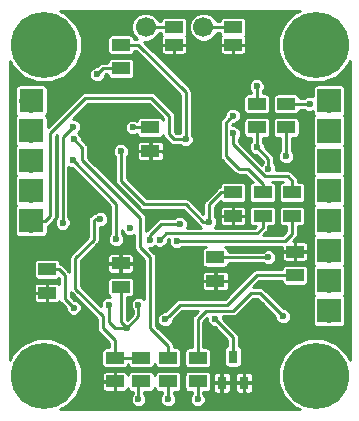
<source format=gbr>
G04 #@! TF.GenerationSoftware,KiCad,Pcbnew,(5.0.0)*
G04 #@! TF.CreationDate,2019-02-01T13:11:41+03:00*
G04 #@! TF.ProjectId,aks,616B732E6B696361645F706362000000,rev?*
G04 #@! TF.SameCoordinates,Original*
G04 #@! TF.FileFunction,Copper,L2,Bot,Signal*
G04 #@! TF.FilePolarity,Positive*
%FSLAX46Y46*%
G04 Gerber Fmt 4.6, Leading zero omitted, Abs format (unit mm)*
G04 Created by KiCad (PCBNEW (5.0.0)) date 02/01/19 13:11:41*
%MOMM*%
%LPD*%
G01*
G04 APERTURE LIST*
G04 #@! TA.AperFunction,SMDPad,CuDef*
%ADD10R,1.500000X1.000000*%
G04 #@! TD*
G04 #@! TA.AperFunction,ComponentPad*
%ADD11C,5.600000*%
G04 #@! TD*
G04 #@! TA.AperFunction,ComponentPad*
%ADD12C,1.700000*%
G04 #@! TD*
G04 #@! TA.AperFunction,ComponentPad*
%ADD13R,2.000000X2.000000*%
G04 #@! TD*
G04 #@! TA.AperFunction,SMDPad,CuDef*
%ADD14R,0.800000X1.100000*%
G04 #@! TD*
G04 #@! TA.AperFunction,ComponentPad*
%ADD15C,2.000000*%
G04 #@! TD*
G04 #@! TA.AperFunction,Conductor*
%ADD16C,0.100000*%
G04 #@! TD*
G04 #@! TA.AperFunction,ViaPad*
%ADD17C,0.600000*%
G04 #@! TD*
G04 #@! TA.AperFunction,Conductor*
%ADD18C,0.250000*%
G04 #@! TD*
G04 APERTURE END LIST*
D10*
G04 #@! TO.P,R9,2*
G04 #@! TO.N,Net-(HL2-Pad1)*
X485000000Y-318500000D03*
G04 #@! TO.P,R9,1*
G04 #@! TO.N,GND_in*
X485000000Y-316500000D03*
G04 #@! TD*
G04 #@! TO.P,R7,1*
G04 #@! TO.N,HL1*
X482500000Y-316500000D03*
G04 #@! TO.P,R7,2*
G04 #@! TO.N,Net-(HL1-Pad1)*
X482500000Y-318500000D03*
G04 #@! TD*
D11*
G04 #@! TO.P,M3,*
G04 #@! TO.N,*
X472000000Y-318000000D03*
G04 #@! TD*
G04 #@! TO.P,M3,*
G04 #@! TO.N,*
X495000000Y-290000000D03*
G04 #@! TD*
G04 #@! TO.P,M3,*
G04 #@! TO.N,*
X472000000Y-290000000D03*
G04 #@! TD*
G04 #@! TO.P,M3,*
G04 #@! TO.N,*
X495000000Y-318000000D03*
G04 #@! TD*
D10*
G04 #@! TO.P,C1,1*
G04 #@! TO.N,GND*
X488000000Y-290000000D03*
G04 #@! TO.P,C1,2*
G04 #@! TO.N,Net-(C1-Pad2)*
X488000000Y-288500000D03*
G04 #@! TD*
G04 #@! TO.P,C2,2*
G04 #@! TO.N,Net-(C2-Pad2)*
X483000000Y-288500000D03*
G04 #@! TO.P,C2,1*
G04 #@! TO.N,GND*
X483000000Y-290000000D03*
G04 #@! TD*
G04 #@! TO.P,R1,1*
G04 #@! TO.N,Net-(DD1-Pad1)*
X493000000Y-304500000D03*
G04 #@! TO.P,R1,2*
G04 #@! TO.N,RX*
X493000000Y-302500000D03*
G04 #@! TD*
G04 #@! TO.P,R2,2*
G04 #@! TO.N,TX*
X490500000Y-302500000D03*
G04 #@! TO.P,R2,1*
G04 #@! TO.N,Net-(DD1-Pad4)*
X490500000Y-304500000D03*
G04 #@! TD*
G04 #@! TO.P,R3,1*
G04 #@! TO.N,GND*
X488000000Y-304500000D03*
G04 #@! TO.P,R3,2*
G04 #@! TO.N,EN*
X488000000Y-302500000D03*
G04 #@! TD*
G04 #@! TO.P,R4,1*
G04 #@! TO.N,Ep*
X492500000Y-295000000D03*
G04 #@! TO.P,R4,2*
G04 #@! TO.N,SDA*
X492500000Y-297000000D03*
G04 #@! TD*
G04 #@! TO.P,R5,2*
G04 #@! TO.N,SCL*
X490000000Y-297000000D03*
G04 #@! TO.P,R5,1*
G04 #@! TO.N,Ep*
X490000000Y-295000000D03*
G04 #@! TD*
G04 #@! TO.P,R6,2*
G04 #@! TO.N,Ep*
X478500000Y-292000000D03*
G04 #@! TO.P,R6,1*
G04 #@! TO.N,reset*
X478500000Y-290000000D03*
G04 #@! TD*
D12*
G04 #@! TO.P,ZQ1,2*
G04 #@! TO.N,Net-(C2-Pad2)*
X480600000Y-288500000D03*
G04 #@! TO.P,ZQ1,1*
G04 #@! TO.N,Net-(C1-Pad2)*
X485500000Y-288500000D03*
G04 #@! TD*
D13*
G04 #@! TO.P,XS9,1*
G04 #@! TO.N,SCL*
X496140000Y-297260000D03*
G04 #@! TD*
G04 #@! TO.P,XS10,1*
G04 #@! TO.N,SDA*
X496140000Y-299800000D03*
G04 #@! TD*
D10*
G04 #@! TO.P,R10,2*
G04 #@! TO.N,GND*
X478000000Y-318500000D03*
G04 #@! TO.P,R10,1*
G04 #@! TO.N,Net-(DD2-Pad24)*
X478000000Y-316500000D03*
G04 #@! TD*
G04 #@! TO.P,R8,2*
G04 #@! TO.N,Net-(DD2-Pad24)*
X480250000Y-316500000D03*
G04 #@! TO.P,R8,1*
G04 #@! TO.N,VCC*
X480250000Y-318500000D03*
G04 #@! TD*
D14*
G04 #@! TO.P,VD1,1*
G04 #@! TO.N,GND*
X488950000Y-318600000D03*
X487050000Y-318600000D03*
G04 #@! TO.P,VD1,2*
G04 #@! TO.N,Ep*
X488000000Y-316400000D03*
G04 #@! TD*
D15*
G04 #@! TO.P,XS1,1*
G04 #@! TO.N,Ep*
X496140000Y-309960000D03*
D16*
G04 #@! TD*
G04 #@! TO.N,Ep*
G04 #@! TO.C,XS1*
G36*
X495140000Y-310960000D02*
X495140000Y-308960000D01*
X497140000Y-308960000D01*
X497140000Y-310960000D01*
X495140000Y-310960000D01*
X495140000Y-310960000D01*
G37*
D15*
G04 #@! TO.P,XS2,1*
G04 #@! TO.N,GND_in*
X496140000Y-307430000D03*
D16*
G04 #@! TD*
G04 #@! TO.N,GND_in*
G04 #@! TO.C,XS2*
G36*
X495140000Y-308430000D02*
X495140000Y-306430000D01*
X497140000Y-306430000D01*
X497140000Y-308430000D01*
X495140000Y-308430000D01*
X495140000Y-308430000D01*
G37*
D15*
G04 #@! TO.P,XS3,1*
G04 #@! TO.N,MOSI*
X470920000Y-297260000D03*
D16*
G04 #@! TD*
G04 #@! TO.N,MOSI*
G04 #@! TO.C,XS3*
G36*
X469920000Y-298260000D02*
X469920000Y-296260000D01*
X471920000Y-296260000D01*
X471920000Y-298260000D01*
X469920000Y-298260000D01*
X469920000Y-298260000D01*
G37*
D15*
G04 #@! TO.P,XS4,1*
G04 #@! TO.N,MISO*
X470920000Y-299800000D03*
D16*
G04 #@! TD*
G04 #@! TO.N,MISO*
G04 #@! TO.C,XS4*
G36*
X469920000Y-300800000D02*
X469920000Y-298800000D01*
X471920000Y-298800000D01*
X471920000Y-300800000D01*
X469920000Y-300800000D01*
X469920000Y-300800000D01*
G37*
D15*
G04 #@! TO.P,XS5,1*
G04 #@! TO.N,SCK*
X470920000Y-302340000D03*
D16*
G04 #@! TD*
G04 #@! TO.N,SCK*
G04 #@! TO.C,XS5*
G36*
X469920000Y-303340000D02*
X469920000Y-301340000D01*
X471920000Y-301340000D01*
X471920000Y-303340000D01*
X469920000Y-303340000D01*
X469920000Y-303340000D01*
G37*
D15*
G04 #@! TO.P,XS6,1*
G04 #@! TO.N,A*
X496140000Y-304880000D03*
D16*
G04 #@! TD*
G04 #@! TO.N,A*
G04 #@! TO.C,XS6*
G36*
X495140000Y-305880000D02*
X495140000Y-303880000D01*
X497140000Y-303880000D01*
X497140000Y-305880000D01*
X495140000Y-305880000D01*
X495140000Y-305880000D01*
G37*
D15*
G04 #@! TO.P,XS7,1*
G04 #@! TO.N,B*
X496140000Y-302340000D03*
D16*
G04 #@! TD*
G04 #@! TO.N,B*
G04 #@! TO.C,XS7*
G36*
X495140000Y-303340000D02*
X495140000Y-301340000D01*
X497140000Y-301340000D01*
X497140000Y-303340000D01*
X495140000Y-303340000D01*
X495140000Y-303340000D01*
G37*
D15*
G04 #@! TO.P,XS8,1*
G04 #@! TO.N,reset*
X470920000Y-304880000D03*
D16*
G04 #@! TD*
G04 #@! TO.N,reset*
G04 #@! TO.C,XS8*
G36*
X469920000Y-305880000D02*
X469920000Y-303880000D01*
X471920000Y-303880000D01*
X471920000Y-305880000D01*
X469920000Y-305880000D01*
X469920000Y-305880000D01*
G37*
D10*
G04 #@! TO.P,C3,2*
G04 #@! TO.N,GND*
X486500000Y-310000000D03*
G04 #@! TO.P,C3,1*
G04 #@! TO.N,Ep*
X486500000Y-308000000D03*
G04 #@! TD*
G04 #@! TO.P,C4,1*
G04 #@! TO.N,GND*
X478500000Y-308500000D03*
G04 #@! TO.P,C4,2*
G04 #@! TO.N,VCC*
X478500000Y-310500000D03*
G04 #@! TD*
G04 #@! TO.P,C5,2*
G04 #@! TO.N,VCC*
X472250000Y-309000000D03*
G04 #@! TO.P,C5,1*
G04 #@! TO.N,GND*
X472250000Y-311000000D03*
G04 #@! TD*
G04 #@! TO.P,C6,1*
G04 #@! TO.N,GND*
X481000000Y-299000000D03*
G04 #@! TO.P,C6,2*
G04 #@! TO.N,VCC*
X481000000Y-297000000D03*
G04 #@! TD*
G04 #@! TO.P,C7,2*
G04 #@! TO.N,VCC*
X493250000Y-309500000D03*
G04 #@! TO.P,C7,1*
G04 #@! TO.N,GND*
X493250000Y-307500000D03*
G04 #@! TD*
D15*
G04 #@! TO.P,XS11,1*
G04 #@! TO.N,EN1*
X470930000Y-294720000D03*
D16*
G04 #@! TD*
G04 #@! TO.N,EN1*
G04 #@! TO.C,XS11*
G36*
X469930000Y-295720000D02*
X469930000Y-293720000D01*
X471930000Y-293720000D01*
X471930000Y-295720000D01*
X469930000Y-295720000D01*
X469930000Y-295720000D01*
G37*
D15*
G04 #@! TO.P,XS12,1*
G04 #@! TO.N,Ep*
X496140000Y-294720000D03*
D16*
G04 #@! TD*
G04 #@! TO.N,Ep*
G04 #@! TO.C,XS12*
G36*
X495140000Y-295720000D02*
X495140000Y-293720000D01*
X497140000Y-293720000D01*
X497140000Y-295720000D01*
X495140000Y-295720000D01*
X495140000Y-295720000D01*
G37*
D15*
G04 #@! TO.P,XS13,1*
G04 #@! TO.N,GND_in*
X496140000Y-312510000D03*
D16*
G04 #@! TD*
G04 #@! TO.N,GND_in*
G04 #@! TO.C,XS13*
G36*
X495140000Y-313510000D02*
X495140000Y-311510000D01*
X497140000Y-311510000D01*
X497140000Y-313510000D01*
X495140000Y-313510000D01*
X495140000Y-313510000D01*
G37*
D17*
G04 #@! TO.N,GND*
X474000000Y-307500000D03*
X470500000Y-312000000D03*
X475500000Y-309000000D03*
X481500000Y-301000000D03*
X479500000Y-306500000D03*
X483000000Y-292000000D03*
X481000000Y-292000000D03*
X482750000Y-314500000D03*
X491000000Y-313000000D03*
X490433051Y-312066949D03*
G04 #@! TO.N,Net-(DD1-Pad4)*
X481800013Y-306500000D03*
G04 #@! TO.N,EN*
X478500000Y-299000000D03*
X486000000Y-305000000D03*
G04 #@! TO.N,Net-(DD1-Pad1)*
X483254454Y-306629444D03*
G04 #@! TO.N,HL1*
X474500000Y-298000000D03*
G04 #@! TO.N,Net-(DD2-Pad24)*
X476750000Y-304750000D03*
G04 #@! TO.N,SDA*
X492500000Y-299450000D03*
X479252376Y-305498088D03*
G04 #@! TO.N,SCL*
X490000000Y-298650000D03*
X481000000Y-306500000D03*
X491000000Y-300500000D03*
X483479707Y-305154191D03*
G04 #@! TO.N,RX*
X488000000Y-297500000D03*
G04 #@! TO.N,TX*
X488000000Y-296000000D03*
G04 #@! TO.N,Net-(HL1-Pad1)*
X482500000Y-320000000D03*
G04 #@! TO.N,Net-(HL2-Pad1)*
X485000000Y-320000000D03*
G04 #@! TO.N,reset*
X484000000Y-298000000D03*
G04 #@! TO.N,Ep*
X491000000Y-308000000D03*
X476500000Y-292500000D03*
X490000000Y-293500000D03*
X494500000Y-295000000D03*
X486500000Y-313250000D03*
G04 #@! TO.N,VCC*
X480000000Y-320000000D03*
X479500000Y-297000000D03*
X477500000Y-312000000D03*
X479000000Y-314000000D03*
X480000000Y-312000000D03*
X482250000Y-313250000D03*
X474500000Y-312250000D03*
G04 #@! TO.N,PD7*
X474434306Y-296934306D03*
X473571785Y-305071749D03*
G04 #@! TO.N,PB2*
X474442928Y-299783389D03*
X478099990Y-306458568D03*
G04 #@! TO.N,GND_in*
X492250000Y-313000000D03*
G04 #@! TD*
D18*
G04 #@! TO.N,Net-(C1-Pad2)*
X488000000Y-288500000D02*
X485500000Y-288500000D01*
G04 #@! TO.N,GND*
X476000000Y-308500000D02*
X475500000Y-309000000D01*
X478500000Y-308500000D02*
X476000000Y-308500000D01*
X479500000Y-306500000D02*
X478500000Y-307500000D01*
X478500000Y-307500000D02*
X478500000Y-308500000D01*
X487050000Y-318600000D02*
X488950000Y-318600000D01*
X489600000Y-318600000D02*
X490000000Y-318200000D01*
X488950000Y-318600000D02*
X489600000Y-318600000D01*
X490000000Y-318200000D02*
X490000000Y-314000000D01*
X490000000Y-314000000D02*
X491000000Y-313000000D01*
G04 #@! TO.N,Net-(C2-Pad2)*
X483000000Y-288500000D02*
X480600000Y-288500000D01*
G04 #@! TO.N,Net-(DD1-Pad4)*
X490500000Y-305500000D02*
X490500000Y-304500000D01*
X490025012Y-305974988D02*
X490500000Y-305500000D01*
X481800013Y-306500000D02*
X482325025Y-305974988D01*
X482325025Y-305974988D02*
X490025012Y-305974988D01*
G04 #@! TO.N,EN*
X487750000Y-302500000D02*
X488000000Y-302500000D01*
X478500000Y-301500000D02*
X480500000Y-303500000D01*
X478500000Y-299000000D02*
X478500000Y-301500000D01*
X487750000Y-302500000D02*
X487000000Y-302500000D01*
X486000000Y-303500000D02*
X486000000Y-305000000D01*
X487000000Y-302500000D02*
X486000000Y-303500000D01*
X486000000Y-305000000D02*
X485500000Y-305000000D01*
X485500000Y-305000000D02*
X484000000Y-303500000D01*
X480500000Y-303500000D02*
X484000000Y-303500000D01*
G04 #@! TO.N,Net-(DD1-Pad1)*
X492370556Y-306629444D02*
X493000000Y-306000000D01*
X483254454Y-306629444D02*
X492370556Y-306629444D01*
X493000000Y-306000000D02*
X493000000Y-304500000D01*
G04 #@! TO.N,HL1*
X480125001Y-304625001D02*
X480125001Y-307125001D01*
X480125001Y-307125001D02*
X481000000Y-308000000D01*
X474500000Y-298000000D02*
X475250000Y-298750000D01*
X475250000Y-298750000D02*
X475250000Y-299750000D01*
X475250000Y-299750000D02*
X480125001Y-304625001D01*
X482500000Y-315500000D02*
X481000000Y-314000000D01*
X482500000Y-316500000D02*
X482500000Y-315500000D01*
X481000000Y-308000000D02*
X481000000Y-314000000D01*
G04 #@! TO.N,Net-(DD2-Pad24)*
X477000000Y-314000000D02*
X477500000Y-314500000D01*
X477500000Y-316500000D02*
X480000000Y-316500000D01*
X478000000Y-315000000D02*
X477000000Y-314000000D01*
X478000000Y-316500000D02*
X478000000Y-315000000D01*
X477000000Y-313000000D02*
X477000000Y-314000000D01*
X476750000Y-304750000D02*
X476325736Y-304750000D01*
X476325736Y-304750000D02*
X476200001Y-304875735D01*
X476200001Y-304875735D02*
X476200001Y-306500000D01*
X476200001Y-306500000D02*
X474650012Y-308049989D01*
X474650012Y-308049989D02*
X474650012Y-310650012D01*
X474650012Y-310650012D02*
X477000000Y-313000000D01*
G04 #@! TO.N,SDA*
X492500000Y-297000000D02*
X492500000Y-299450000D01*
G04 #@! TO.N,SCL*
X490000000Y-297000000D02*
X490000000Y-298650000D01*
X491000000Y-299650000D02*
X490000000Y-298650000D01*
X491000000Y-300500000D02*
X491000000Y-299650000D01*
X481921545Y-305154191D02*
X483055443Y-305154191D01*
X483055443Y-305154191D02*
X483479707Y-305154191D01*
X481000000Y-306075736D02*
X481921545Y-305154191D01*
X481000000Y-306500000D02*
X481000000Y-306075736D01*
G04 #@! TO.N,RX*
X488000000Y-297924264D02*
X488000000Y-297500000D01*
X488000000Y-298425002D02*
X488000000Y-297924264D01*
X490699999Y-301125001D02*
X488000000Y-298425002D01*
X492625001Y-301125001D02*
X490699999Y-301125001D01*
X493000000Y-302500000D02*
X493000000Y-301500000D01*
X493000000Y-301500000D02*
X492625001Y-301125001D01*
G04 #@! TO.N,TX*
X490500000Y-302500000D02*
X490500000Y-301750000D01*
X487700001Y-296299999D02*
X488000000Y-296000000D01*
X490500000Y-301750000D02*
X489250000Y-300500000D01*
X489250000Y-300500000D02*
X488500000Y-300500000D01*
X488500000Y-300500000D02*
X487374998Y-299374998D01*
X487374998Y-299374998D02*
X487374998Y-296625002D01*
X487374998Y-296625002D02*
X487700001Y-296299999D01*
G04 #@! TO.N,Net-(HL1-Pad1)*
X482500000Y-320000000D02*
X482500000Y-318500000D01*
G04 #@! TO.N,Net-(HL2-Pad1)*
X485000000Y-318500000D02*
X485000000Y-320000000D01*
G04 #@! TO.N,reset*
X472500000Y-297500000D02*
X475500000Y-294500000D01*
X475500000Y-294500000D02*
X481085002Y-294500000D01*
X484000000Y-298000000D02*
X483000000Y-298000000D01*
X482585002Y-297585002D02*
X482585002Y-296000000D01*
X483000000Y-298000000D02*
X482585002Y-297585002D01*
X481085002Y-294500000D02*
X482585002Y-296000000D01*
X484000000Y-297575736D02*
X484000000Y-298000000D01*
X484000000Y-294000000D02*
X484000000Y-297575736D01*
X480000000Y-290000000D02*
X484000000Y-294000000D01*
X478500000Y-290000000D02*
X480000000Y-290000000D01*
X470920000Y-304880000D02*
X472120000Y-304880000D01*
X472500000Y-304500000D02*
X472500000Y-303250000D01*
X472120000Y-304880000D02*
X472500000Y-304500000D01*
X472500000Y-303250000D02*
X472500000Y-297500000D01*
G04 #@! TO.N,Ep*
X486500000Y-308000000D02*
X491000000Y-308000000D01*
X478500000Y-292000000D02*
X477000000Y-292000000D01*
X477000000Y-292000000D02*
X476500000Y-292500000D01*
X490000000Y-295000000D02*
X490000000Y-293500000D01*
X492500000Y-295000000D02*
X494500000Y-295000000D01*
X488000000Y-316400000D02*
X488000000Y-314750000D01*
X488000000Y-314750000D02*
X486500000Y-313250000D01*
G04 #@! TO.N,VCC*
X480000000Y-318500000D02*
X480000000Y-320000000D01*
X481000000Y-297000000D02*
X479500000Y-297000000D01*
X480000000Y-313000000D02*
X479000000Y-314000000D01*
X480000000Y-312000000D02*
X480000000Y-313000000D01*
X479000000Y-314000000D02*
X478000000Y-314000000D01*
X477500000Y-313500000D02*
X477500000Y-312000000D01*
X478000000Y-314000000D02*
X477500000Y-313500000D01*
X478500000Y-310500000D02*
X478500000Y-311000000D01*
X478500000Y-313500000D02*
X479000000Y-314000000D01*
X478500000Y-310500000D02*
X478500000Y-313500000D01*
X483500000Y-312000000D02*
X482549999Y-312950001D01*
X493250000Y-309500000D02*
X490000000Y-309500000D01*
X490000000Y-309500000D02*
X487500000Y-312000000D01*
X482549999Y-312950001D02*
X482250000Y-313250000D01*
X487500000Y-312000000D02*
X483500000Y-312000000D01*
X473750000Y-311500000D02*
X474500000Y-312250000D01*
X473750000Y-309500000D02*
X473750000Y-311500000D01*
X473250000Y-309000000D02*
X473750000Y-309500000D01*
X472250000Y-309000000D02*
X473250000Y-309000000D01*
G04 #@! TO.N,PD7*
X473571785Y-297796827D02*
X473571785Y-304647485D01*
X473571785Y-304647485D02*
X473571785Y-305071749D01*
X474434306Y-296934306D02*
X473571785Y-297796827D01*
G04 #@! TO.N,PB2*
X474442928Y-299783389D02*
X478099990Y-303440451D01*
X478099990Y-303440451D02*
X478099990Y-306034304D01*
X478099990Y-306034304D02*
X478099990Y-306458568D01*
G04 #@! TO.N,GND_in*
X488000000Y-312500000D02*
X489500000Y-311000000D01*
X485000000Y-313250000D02*
X485750000Y-312500000D01*
X485750000Y-312500000D02*
X488000000Y-312500000D01*
X485000000Y-316500000D02*
X485000000Y-313250000D01*
X489500000Y-311000000D02*
X490250000Y-311000000D01*
X490250000Y-311000000D02*
X492250000Y-313000000D01*
G04 #@! TD*
G04 #@! TO.N,GND*
G36*
X493201507Y-287308365D02*
X492308365Y-288201507D01*
X491825000Y-289368453D01*
X491825000Y-290631547D01*
X492308365Y-291798493D01*
X493201507Y-292691635D01*
X494368453Y-293175000D01*
X495631547Y-293175000D01*
X496798493Y-292691635D01*
X497691635Y-291798493D01*
X497875000Y-291355811D01*
X497875000Y-316644189D01*
X497691635Y-316201507D01*
X496798493Y-315308365D01*
X495631547Y-314825000D01*
X494368453Y-314825000D01*
X493201507Y-315308365D01*
X492308365Y-316201507D01*
X491825000Y-317368453D01*
X491825000Y-318631547D01*
X492308365Y-319798493D01*
X493201507Y-320691635D01*
X493644189Y-320875000D01*
X473355811Y-320875000D01*
X473798493Y-320691635D01*
X474691635Y-319798493D01*
X475175000Y-318631547D01*
X475175000Y-318618750D01*
X476875000Y-318618750D01*
X476875000Y-319074592D01*
X476932090Y-319212420D01*
X477037579Y-319317910D01*
X477175408Y-319375000D01*
X477881250Y-319375000D01*
X477975000Y-319281250D01*
X477975000Y-318525000D01*
X476968750Y-318525000D01*
X476875000Y-318618750D01*
X475175000Y-318618750D01*
X475175000Y-317925408D01*
X476875000Y-317925408D01*
X476875000Y-318381250D01*
X476968750Y-318475000D01*
X477975000Y-318475000D01*
X477975000Y-317718750D01*
X478025000Y-317718750D01*
X478025000Y-318475000D01*
X478045000Y-318475000D01*
X478045000Y-318525000D01*
X478025000Y-318525000D01*
X478025000Y-319281250D01*
X478118750Y-319375000D01*
X478824592Y-319375000D01*
X478962421Y-319317910D01*
X479067910Y-319212420D01*
X479125000Y-319074592D01*
X479125000Y-319036931D01*
X479146758Y-319146317D01*
X479229641Y-319270359D01*
X479353683Y-319353242D01*
X479500000Y-319382346D01*
X479500001Y-319382346D01*
X479500001Y-319545405D01*
X479427763Y-319617643D01*
X479325000Y-319865734D01*
X479325000Y-320134266D01*
X479427763Y-320382357D01*
X479617643Y-320572237D01*
X479865734Y-320675000D01*
X480134266Y-320675000D01*
X480382357Y-320572237D01*
X480572237Y-320382357D01*
X480675000Y-320134266D01*
X480675000Y-319865734D01*
X480572237Y-319617643D01*
X480500000Y-319545406D01*
X480500000Y-319382346D01*
X481000000Y-319382346D01*
X481146317Y-319353242D01*
X481270359Y-319270359D01*
X481353242Y-319146317D01*
X481375000Y-319036931D01*
X481396758Y-319146317D01*
X481479641Y-319270359D01*
X481603683Y-319353242D01*
X481750000Y-319382346D01*
X482000000Y-319382346D01*
X482000000Y-319545406D01*
X481927763Y-319617643D01*
X481825000Y-319865734D01*
X481825000Y-320134266D01*
X481927763Y-320382357D01*
X482117643Y-320572237D01*
X482365734Y-320675000D01*
X482634266Y-320675000D01*
X482882357Y-320572237D01*
X483072237Y-320382357D01*
X483175000Y-320134266D01*
X483175000Y-319865734D01*
X483072237Y-319617643D01*
X483000000Y-319545406D01*
X483000000Y-319382346D01*
X483250000Y-319382346D01*
X483396317Y-319353242D01*
X483520359Y-319270359D01*
X483603242Y-319146317D01*
X483632346Y-319000000D01*
X483632346Y-318000000D01*
X483867654Y-318000000D01*
X483867654Y-319000000D01*
X483896758Y-319146317D01*
X483979641Y-319270359D01*
X484103683Y-319353242D01*
X484250000Y-319382346D01*
X484500001Y-319382346D01*
X484500001Y-319545405D01*
X484427763Y-319617643D01*
X484325000Y-319865734D01*
X484325000Y-320134266D01*
X484427763Y-320382357D01*
X484617643Y-320572237D01*
X484865734Y-320675000D01*
X485134266Y-320675000D01*
X485382357Y-320572237D01*
X485572237Y-320382357D01*
X485675000Y-320134266D01*
X485675000Y-319865734D01*
X485572237Y-319617643D01*
X485500000Y-319545406D01*
X485500000Y-319382346D01*
X485750000Y-319382346D01*
X485896317Y-319353242D01*
X486020359Y-319270359D01*
X486103242Y-319146317D01*
X486132346Y-319000000D01*
X486132346Y-318718750D01*
X486275000Y-318718750D01*
X486275000Y-319224592D01*
X486332090Y-319362420D01*
X486437579Y-319467910D01*
X486575408Y-319525000D01*
X486931250Y-319525000D01*
X487025000Y-319431250D01*
X487025000Y-318625000D01*
X487075000Y-318625000D01*
X487075000Y-319431250D01*
X487168750Y-319525000D01*
X487524592Y-319525000D01*
X487662421Y-319467910D01*
X487767910Y-319362420D01*
X487825000Y-319224592D01*
X487825000Y-318718750D01*
X488175000Y-318718750D01*
X488175000Y-319224592D01*
X488232090Y-319362420D01*
X488337579Y-319467910D01*
X488475408Y-319525000D01*
X488831250Y-319525000D01*
X488925000Y-319431250D01*
X488925000Y-318625000D01*
X488975000Y-318625000D01*
X488975000Y-319431250D01*
X489068750Y-319525000D01*
X489424592Y-319525000D01*
X489562421Y-319467910D01*
X489667910Y-319362420D01*
X489725000Y-319224592D01*
X489725000Y-318718750D01*
X489631250Y-318625000D01*
X488975000Y-318625000D01*
X488925000Y-318625000D01*
X488268750Y-318625000D01*
X488175000Y-318718750D01*
X487825000Y-318718750D01*
X487731250Y-318625000D01*
X487075000Y-318625000D01*
X487025000Y-318625000D01*
X486368750Y-318625000D01*
X486275000Y-318718750D01*
X486132346Y-318718750D01*
X486132346Y-318000000D01*
X486127455Y-317975408D01*
X486275000Y-317975408D01*
X486275000Y-318481250D01*
X486368750Y-318575000D01*
X487025000Y-318575000D01*
X487025000Y-317768750D01*
X487075000Y-317768750D01*
X487075000Y-318575000D01*
X487731250Y-318575000D01*
X487825000Y-318481250D01*
X487825000Y-317975408D01*
X488175000Y-317975408D01*
X488175000Y-318481250D01*
X488268750Y-318575000D01*
X488925000Y-318575000D01*
X488925000Y-317768750D01*
X488975000Y-317768750D01*
X488975000Y-318575000D01*
X489631250Y-318575000D01*
X489725000Y-318481250D01*
X489725000Y-317975408D01*
X489667910Y-317837580D01*
X489562421Y-317732090D01*
X489424592Y-317675000D01*
X489068750Y-317675000D01*
X488975000Y-317768750D01*
X488925000Y-317768750D01*
X488831250Y-317675000D01*
X488475408Y-317675000D01*
X488337579Y-317732090D01*
X488232090Y-317837580D01*
X488175000Y-317975408D01*
X487825000Y-317975408D01*
X487767910Y-317837580D01*
X487662421Y-317732090D01*
X487524592Y-317675000D01*
X487168750Y-317675000D01*
X487075000Y-317768750D01*
X487025000Y-317768750D01*
X486931250Y-317675000D01*
X486575408Y-317675000D01*
X486437579Y-317732090D01*
X486332090Y-317837580D01*
X486275000Y-317975408D01*
X486127455Y-317975408D01*
X486103242Y-317853683D01*
X486020359Y-317729641D01*
X485896317Y-317646758D01*
X485750000Y-317617654D01*
X484250000Y-317617654D01*
X484103683Y-317646758D01*
X483979641Y-317729641D01*
X483896758Y-317853683D01*
X483867654Y-318000000D01*
X483632346Y-318000000D01*
X483603242Y-317853683D01*
X483520359Y-317729641D01*
X483396317Y-317646758D01*
X483250000Y-317617654D01*
X481750000Y-317617654D01*
X481603683Y-317646758D01*
X481479641Y-317729641D01*
X481396758Y-317853683D01*
X481375000Y-317963069D01*
X481353242Y-317853683D01*
X481270359Y-317729641D01*
X481146317Y-317646758D01*
X481000000Y-317617654D01*
X479500000Y-317617654D01*
X479353683Y-317646758D01*
X479229641Y-317729641D01*
X479146758Y-317853683D01*
X479125000Y-317963069D01*
X479125000Y-317925408D01*
X479067910Y-317787580D01*
X478962421Y-317682090D01*
X478824592Y-317625000D01*
X478118750Y-317625000D01*
X478025000Y-317718750D01*
X477975000Y-317718750D01*
X477881250Y-317625000D01*
X477175408Y-317625000D01*
X477037579Y-317682090D01*
X476932090Y-317787580D01*
X476875000Y-317925408D01*
X475175000Y-317925408D01*
X475175000Y-317368453D01*
X474691635Y-316201507D01*
X473798493Y-315308365D01*
X472631547Y-314825000D01*
X471368453Y-314825000D01*
X470201507Y-315308365D01*
X469308365Y-316201507D01*
X469125000Y-316644189D01*
X469125000Y-311118750D01*
X471125000Y-311118750D01*
X471125000Y-311574592D01*
X471182090Y-311712420D01*
X471287579Y-311817910D01*
X471425408Y-311875000D01*
X472131250Y-311875000D01*
X472225000Y-311781250D01*
X472225000Y-311025000D01*
X471218750Y-311025000D01*
X471125000Y-311118750D01*
X469125000Y-311118750D01*
X469125000Y-310425408D01*
X471125000Y-310425408D01*
X471125000Y-310881250D01*
X471218750Y-310975000D01*
X472225000Y-310975000D01*
X472225000Y-310218750D01*
X472131250Y-310125000D01*
X471425408Y-310125000D01*
X471287579Y-310182090D01*
X471182090Y-310287580D01*
X471125000Y-310425408D01*
X469125000Y-310425408D01*
X469125000Y-296260000D01*
X469537654Y-296260000D01*
X469537654Y-298260000D01*
X469566758Y-298406317D01*
X469649401Y-298530000D01*
X469566758Y-298653683D01*
X469537654Y-298800000D01*
X469537654Y-300800000D01*
X469566758Y-300946317D01*
X469649401Y-301070000D01*
X469566758Y-301193683D01*
X469537654Y-301340000D01*
X469537654Y-303340000D01*
X469566758Y-303486317D01*
X469649401Y-303610000D01*
X469566758Y-303733683D01*
X469537654Y-303880000D01*
X469537654Y-305880000D01*
X469566758Y-306026317D01*
X469649641Y-306150359D01*
X469773683Y-306233242D01*
X469920000Y-306262346D01*
X471920000Y-306262346D01*
X472066317Y-306233242D01*
X472190359Y-306150359D01*
X472273242Y-306026317D01*
X472302346Y-305880000D01*
X472302346Y-305353524D01*
X472315090Y-305350989D01*
X472480480Y-305240480D01*
X472508376Y-305198730D01*
X472818732Y-304888374D01*
X472860480Y-304860480D01*
X472970989Y-304695090D01*
X473000000Y-304549243D01*
X473000000Y-304549242D01*
X473009795Y-304500001D01*
X473000000Y-304450760D01*
X473000000Y-297707106D01*
X473099661Y-297607445D01*
X473084977Y-297681266D01*
X473061990Y-297796827D01*
X473071785Y-297846068D01*
X473071786Y-304598238D01*
X473071785Y-304598243D01*
X473071785Y-304617155D01*
X472999548Y-304689392D01*
X472896785Y-304937483D01*
X472896785Y-305206015D01*
X472999548Y-305454106D01*
X473189428Y-305643986D01*
X473437519Y-305746749D01*
X473706051Y-305746749D01*
X473954142Y-305643986D01*
X474144022Y-305454106D01*
X474246785Y-305206015D01*
X474246785Y-304937483D01*
X474144022Y-304689392D01*
X474071785Y-304617155D01*
X474071785Y-300360271D01*
X474308662Y-300458389D01*
X474410822Y-300458389D01*
X477599990Y-303647558D01*
X477599991Y-305985057D01*
X477599990Y-305985062D01*
X477599990Y-306003974D01*
X477527753Y-306076211D01*
X477424990Y-306324302D01*
X477424990Y-306592834D01*
X477527753Y-306840925D01*
X477717633Y-307030805D01*
X477965724Y-307133568D01*
X478234256Y-307133568D01*
X478482347Y-307030805D01*
X478672227Y-306840925D01*
X478774990Y-306592834D01*
X478774990Y-306324302D01*
X478672227Y-306076211D01*
X478599990Y-306003974D01*
X478599990Y-305686949D01*
X478680139Y-305880445D01*
X478870019Y-306070325D01*
X479118110Y-306173088D01*
X479386642Y-306173088D01*
X479625002Y-306074356D01*
X479625002Y-307075755D01*
X479615206Y-307125001D01*
X479636021Y-307229641D01*
X479654013Y-307320091D01*
X479764522Y-307485481D01*
X479806269Y-307513375D01*
X480500000Y-308207107D01*
X480500001Y-311545407D01*
X480382357Y-311427763D01*
X480134266Y-311325000D01*
X479865734Y-311325000D01*
X479617643Y-311427763D01*
X479427763Y-311617643D01*
X479325000Y-311865734D01*
X479325000Y-312134266D01*
X479427763Y-312382357D01*
X479500000Y-312454594D01*
X479500001Y-312792892D01*
X479000000Y-313292894D01*
X479000000Y-311382346D01*
X479250000Y-311382346D01*
X479396317Y-311353242D01*
X479520359Y-311270359D01*
X479603242Y-311146317D01*
X479632346Y-311000000D01*
X479632346Y-310000000D01*
X479603242Y-309853683D01*
X479520359Y-309729641D01*
X479396317Y-309646758D01*
X479250000Y-309617654D01*
X477750000Y-309617654D01*
X477603683Y-309646758D01*
X477479641Y-309729641D01*
X477396758Y-309853683D01*
X477367654Y-310000000D01*
X477367654Y-311000000D01*
X477396758Y-311146317D01*
X477479641Y-311270359D01*
X477561416Y-311325000D01*
X477365734Y-311325000D01*
X477117643Y-311427763D01*
X476927763Y-311617643D01*
X476825000Y-311865734D01*
X476825000Y-312117893D01*
X475150012Y-310442906D01*
X475150012Y-308618750D01*
X477375000Y-308618750D01*
X477375000Y-309074592D01*
X477432090Y-309212420D01*
X477537579Y-309317910D01*
X477675408Y-309375000D01*
X478381250Y-309375000D01*
X478475000Y-309281250D01*
X478475000Y-308525000D01*
X478525000Y-308525000D01*
X478525000Y-309281250D01*
X478618750Y-309375000D01*
X479324592Y-309375000D01*
X479462421Y-309317910D01*
X479567910Y-309212420D01*
X479625000Y-309074592D01*
X479625000Y-308618750D01*
X479531250Y-308525000D01*
X478525000Y-308525000D01*
X478475000Y-308525000D01*
X477468750Y-308525000D01*
X477375000Y-308618750D01*
X475150012Y-308618750D01*
X475150012Y-308257095D01*
X475481699Y-307925408D01*
X477375000Y-307925408D01*
X477375000Y-308381250D01*
X477468750Y-308475000D01*
X478475000Y-308475000D01*
X478475000Y-307718750D01*
X478525000Y-307718750D01*
X478525000Y-308475000D01*
X479531250Y-308475000D01*
X479625000Y-308381250D01*
X479625000Y-307925408D01*
X479567910Y-307787580D01*
X479462421Y-307682090D01*
X479324592Y-307625000D01*
X478618750Y-307625000D01*
X478525000Y-307718750D01*
X478475000Y-307718750D01*
X478381250Y-307625000D01*
X477675408Y-307625000D01*
X477537579Y-307682090D01*
X477432090Y-307787580D01*
X477375000Y-307925408D01*
X475481699Y-307925408D01*
X476518733Y-306888375D01*
X476560481Y-306860480D01*
X476670990Y-306695090D01*
X476700001Y-306549243D01*
X476700001Y-306549242D01*
X476709796Y-306500001D01*
X476700001Y-306450760D01*
X476700001Y-305425000D01*
X476884266Y-305425000D01*
X477132357Y-305322237D01*
X477322237Y-305132357D01*
X477425000Y-304884266D01*
X477425000Y-304615734D01*
X477322237Y-304367643D01*
X477132357Y-304177763D01*
X476884266Y-304075000D01*
X476615734Y-304075000D01*
X476367643Y-304177763D01*
X476300102Y-304245304D01*
X476276494Y-304250000D01*
X476276493Y-304250000D01*
X476130646Y-304279011D01*
X475965256Y-304389520D01*
X475937359Y-304431271D01*
X475881272Y-304487358D01*
X475839521Y-304515255D01*
X475729012Y-304680646D01*
X475700678Y-304823088D01*
X475690206Y-304875735D01*
X475700001Y-304924977D01*
X475700002Y-306292892D01*
X474331282Y-307661613D01*
X474289532Y-307689509D01*
X474179023Y-307854900D01*
X474164998Y-307925408D01*
X474140217Y-308049989D01*
X474150012Y-308099230D01*
X474150012Y-309198685D01*
X474110480Y-309139520D01*
X474068733Y-309111626D01*
X473638376Y-308681270D01*
X473610480Y-308639520D01*
X473445090Y-308529011D01*
X473382346Y-308516530D01*
X473382346Y-308500000D01*
X473353242Y-308353683D01*
X473270359Y-308229641D01*
X473146317Y-308146758D01*
X473000000Y-308117654D01*
X471500000Y-308117654D01*
X471353683Y-308146758D01*
X471229641Y-308229641D01*
X471146758Y-308353683D01*
X471117654Y-308500000D01*
X471117654Y-309500000D01*
X471146758Y-309646317D01*
X471229641Y-309770359D01*
X471353683Y-309853242D01*
X471500000Y-309882346D01*
X473000000Y-309882346D01*
X473146317Y-309853242D01*
X473250000Y-309783962D01*
X473250000Y-310219670D01*
X473212421Y-310182090D01*
X473074592Y-310125000D01*
X472368750Y-310125000D01*
X472275000Y-310218750D01*
X472275000Y-310975000D01*
X472295000Y-310975000D01*
X472295000Y-311025000D01*
X472275000Y-311025000D01*
X472275000Y-311781250D01*
X472368750Y-311875000D01*
X473074592Y-311875000D01*
X473212421Y-311817910D01*
X473301534Y-311728796D01*
X473389521Y-311860480D01*
X473431268Y-311888374D01*
X473825000Y-312282107D01*
X473825000Y-312384266D01*
X473927763Y-312632357D01*
X474117643Y-312822237D01*
X474365734Y-312925000D01*
X474634266Y-312925000D01*
X474882357Y-312822237D01*
X475072237Y-312632357D01*
X475175000Y-312384266D01*
X475175000Y-312115734D01*
X475072237Y-311867643D01*
X474882357Y-311677763D01*
X474634266Y-311575000D01*
X474532107Y-311575000D01*
X474250000Y-311292894D01*
X474250000Y-310951326D01*
X474289533Y-311010492D01*
X474331280Y-311038386D01*
X476500000Y-313207107D01*
X476500001Y-313950754D01*
X476490205Y-314000000D01*
X476516913Y-314134266D01*
X476529012Y-314195090D01*
X476639521Y-314360480D01*
X476681268Y-314388374D01*
X477117894Y-314825000D01*
X477500001Y-315207108D01*
X477500001Y-315617654D01*
X477250000Y-315617654D01*
X477103683Y-315646758D01*
X476979641Y-315729641D01*
X476896758Y-315853683D01*
X476867654Y-316000000D01*
X476867654Y-317000000D01*
X476896758Y-317146317D01*
X476979641Y-317270359D01*
X477103683Y-317353242D01*
X477250000Y-317382346D01*
X478750000Y-317382346D01*
X478896317Y-317353242D01*
X479020359Y-317270359D01*
X479103242Y-317146317D01*
X479125000Y-317036931D01*
X479146758Y-317146317D01*
X479229641Y-317270359D01*
X479353683Y-317353242D01*
X479500000Y-317382346D01*
X481000000Y-317382346D01*
X481146317Y-317353242D01*
X481270359Y-317270359D01*
X481353242Y-317146317D01*
X481375000Y-317036931D01*
X481396758Y-317146317D01*
X481479641Y-317270359D01*
X481603683Y-317353242D01*
X481750000Y-317382346D01*
X483250000Y-317382346D01*
X483396317Y-317353242D01*
X483520359Y-317270359D01*
X483603242Y-317146317D01*
X483632346Y-317000000D01*
X483632346Y-316000000D01*
X483603242Y-315853683D01*
X483520359Y-315729641D01*
X483396317Y-315646758D01*
X483250000Y-315617654D01*
X483000000Y-315617654D01*
X483000000Y-315549240D01*
X483009795Y-315499999D01*
X482982042Y-315360479D01*
X482970989Y-315304910D01*
X482860480Y-315139520D01*
X482818732Y-315111625D01*
X481500000Y-313792894D01*
X481500000Y-313115734D01*
X481575000Y-313115734D01*
X481575000Y-313384266D01*
X481677763Y-313632357D01*
X481867643Y-313822237D01*
X482115734Y-313925000D01*
X482384266Y-313925000D01*
X482632357Y-313822237D01*
X482822237Y-313632357D01*
X482925000Y-313384266D01*
X482925000Y-313282106D01*
X482938372Y-313268734D01*
X483707107Y-312500000D01*
X485042893Y-312500000D01*
X484681268Y-312861626D01*
X484639521Y-312889520D01*
X484585086Y-312970988D01*
X484529012Y-313054910D01*
X484490205Y-313250000D01*
X484500001Y-313299246D01*
X484500000Y-315617654D01*
X484250000Y-315617654D01*
X484103683Y-315646758D01*
X483979641Y-315729641D01*
X483896758Y-315853683D01*
X483867654Y-316000000D01*
X483867654Y-317000000D01*
X483896758Y-317146317D01*
X483979641Y-317270359D01*
X484103683Y-317353242D01*
X484250000Y-317382346D01*
X485750000Y-317382346D01*
X485896317Y-317353242D01*
X486020359Y-317270359D01*
X486103242Y-317146317D01*
X486132346Y-317000000D01*
X486132346Y-316000000D01*
X486103242Y-315853683D01*
X486020359Y-315729641D01*
X485896317Y-315646758D01*
X485750000Y-315617654D01*
X485500000Y-315617654D01*
X485500000Y-313457106D01*
X485825000Y-313132107D01*
X485825000Y-313384266D01*
X485927763Y-313632357D01*
X486117643Y-313822237D01*
X486365734Y-313925000D01*
X486467894Y-313925000D01*
X487500001Y-314957108D01*
X487500001Y-315487545D01*
X487453683Y-315496758D01*
X487329641Y-315579641D01*
X487246758Y-315703683D01*
X487217654Y-315850000D01*
X487217654Y-316950000D01*
X487246758Y-317096317D01*
X487329641Y-317220359D01*
X487453683Y-317303242D01*
X487600000Y-317332346D01*
X488400000Y-317332346D01*
X488546317Y-317303242D01*
X488670359Y-317220359D01*
X488753242Y-317096317D01*
X488782346Y-316950000D01*
X488782346Y-315850000D01*
X488753242Y-315703683D01*
X488670359Y-315579641D01*
X488546317Y-315496758D01*
X488500000Y-315487545D01*
X488500000Y-314799240D01*
X488509795Y-314749999D01*
X488496123Y-314681266D01*
X488470989Y-314554910D01*
X488360480Y-314389520D01*
X488318732Y-314361625D01*
X487175000Y-313217894D01*
X487175000Y-313115734D01*
X487127061Y-313000000D01*
X487950759Y-313000000D01*
X488000000Y-313009795D01*
X488049241Y-313000000D01*
X488049243Y-313000000D01*
X488195090Y-312970989D01*
X488360480Y-312860480D01*
X488388376Y-312818730D01*
X489707107Y-311500000D01*
X490042894Y-311500000D01*
X491575000Y-313032107D01*
X491575000Y-313134266D01*
X491677763Y-313382357D01*
X491867643Y-313572237D01*
X492115734Y-313675000D01*
X492384266Y-313675000D01*
X492632357Y-313572237D01*
X492822237Y-313382357D01*
X492925000Y-313134266D01*
X492925000Y-312865734D01*
X492822237Y-312617643D01*
X492632357Y-312427763D01*
X492384266Y-312325000D01*
X492282107Y-312325000D01*
X490638377Y-310681270D01*
X490610480Y-310639520D01*
X490445090Y-310529011D01*
X490299243Y-310500000D01*
X490299241Y-310500000D01*
X490250000Y-310490205D01*
X490200759Y-310500000D01*
X489707107Y-310500000D01*
X490207107Y-310000000D01*
X492117654Y-310000000D01*
X492146758Y-310146317D01*
X492229641Y-310270359D01*
X492353683Y-310353242D01*
X492500000Y-310382346D01*
X494000000Y-310382346D01*
X494146317Y-310353242D01*
X494270359Y-310270359D01*
X494353242Y-310146317D01*
X494382346Y-310000000D01*
X494382346Y-309000000D01*
X494353242Y-308853683D01*
X494270359Y-308729641D01*
X494146317Y-308646758D01*
X494000000Y-308617654D01*
X492500000Y-308617654D01*
X492353683Y-308646758D01*
X492229641Y-308729641D01*
X492146758Y-308853683D01*
X492117654Y-309000000D01*
X490049243Y-309000000D01*
X490000000Y-308990205D01*
X489950757Y-309000000D01*
X489804910Y-309029011D01*
X489639520Y-309139520D01*
X489611625Y-309181268D01*
X487292894Y-311500000D01*
X483549240Y-311500000D01*
X483499999Y-311490205D01*
X483450758Y-311500000D01*
X483450757Y-311500000D01*
X483304910Y-311529011D01*
X483139520Y-311639520D01*
X483111626Y-311681267D01*
X482231266Y-312561628D01*
X482217894Y-312575000D01*
X482115734Y-312575000D01*
X481867643Y-312677763D01*
X481677763Y-312867643D01*
X481575000Y-313115734D01*
X481500000Y-313115734D01*
X481500000Y-310118750D01*
X485375000Y-310118750D01*
X485375000Y-310574592D01*
X485432090Y-310712420D01*
X485537579Y-310817910D01*
X485675408Y-310875000D01*
X486381250Y-310875000D01*
X486475000Y-310781250D01*
X486475000Y-310025000D01*
X486525000Y-310025000D01*
X486525000Y-310781250D01*
X486618750Y-310875000D01*
X487324592Y-310875000D01*
X487462421Y-310817910D01*
X487567910Y-310712420D01*
X487625000Y-310574592D01*
X487625000Y-310118750D01*
X487531250Y-310025000D01*
X486525000Y-310025000D01*
X486475000Y-310025000D01*
X485468750Y-310025000D01*
X485375000Y-310118750D01*
X481500000Y-310118750D01*
X481500000Y-309425408D01*
X485375000Y-309425408D01*
X485375000Y-309881250D01*
X485468750Y-309975000D01*
X486475000Y-309975000D01*
X486475000Y-309218750D01*
X486525000Y-309218750D01*
X486525000Y-309975000D01*
X487531250Y-309975000D01*
X487625000Y-309881250D01*
X487625000Y-309425408D01*
X487567910Y-309287580D01*
X487462421Y-309182090D01*
X487324592Y-309125000D01*
X486618750Y-309125000D01*
X486525000Y-309218750D01*
X486475000Y-309218750D01*
X486381250Y-309125000D01*
X485675408Y-309125000D01*
X485537579Y-309182090D01*
X485432090Y-309287580D01*
X485375000Y-309425408D01*
X481500000Y-309425408D01*
X481500000Y-308049240D01*
X481509795Y-307999999D01*
X481500000Y-307950757D01*
X481470989Y-307804910D01*
X481360480Y-307639520D01*
X481318733Y-307611626D01*
X480882106Y-307175000D01*
X481134266Y-307175000D01*
X481382357Y-307072237D01*
X481400007Y-307054588D01*
X481417656Y-307072237D01*
X481665747Y-307175000D01*
X481934279Y-307175000D01*
X482182370Y-307072237D01*
X482372250Y-306882357D01*
X482475013Y-306634266D01*
X482475013Y-306532107D01*
X482532132Y-306474988D01*
X482587817Y-306474988D01*
X482579454Y-306495178D01*
X482579454Y-306763710D01*
X482682217Y-307011801D01*
X482872097Y-307201681D01*
X483120188Y-307304444D01*
X483388720Y-307304444D01*
X483636811Y-307201681D01*
X483709048Y-307129444D01*
X485690727Y-307129444D01*
X485603683Y-307146758D01*
X485479641Y-307229641D01*
X485396758Y-307353683D01*
X485367654Y-307500000D01*
X485367654Y-308500000D01*
X485396758Y-308646317D01*
X485479641Y-308770359D01*
X485603683Y-308853242D01*
X485750000Y-308882346D01*
X487250000Y-308882346D01*
X487396317Y-308853242D01*
X487520359Y-308770359D01*
X487603242Y-308646317D01*
X487632346Y-308500000D01*
X490545406Y-308500000D01*
X490617643Y-308572237D01*
X490865734Y-308675000D01*
X491134266Y-308675000D01*
X491382357Y-308572237D01*
X491572237Y-308382357D01*
X491675000Y-308134266D01*
X491675000Y-307865734D01*
X491572696Y-307618750D01*
X492125000Y-307618750D01*
X492125000Y-308074592D01*
X492182090Y-308212420D01*
X492287579Y-308317910D01*
X492425408Y-308375000D01*
X493131250Y-308375000D01*
X493225000Y-308281250D01*
X493225000Y-307525000D01*
X493275000Y-307525000D01*
X493275000Y-308281250D01*
X493368750Y-308375000D01*
X494074592Y-308375000D01*
X494212421Y-308317910D01*
X494317910Y-308212420D01*
X494375000Y-308074592D01*
X494375000Y-307618750D01*
X494281250Y-307525000D01*
X493275000Y-307525000D01*
X493225000Y-307525000D01*
X492218750Y-307525000D01*
X492125000Y-307618750D01*
X491572696Y-307618750D01*
X491572237Y-307617643D01*
X491382357Y-307427763D01*
X491134266Y-307325000D01*
X490865734Y-307325000D01*
X490617643Y-307427763D01*
X490545406Y-307500000D01*
X487632346Y-307500000D01*
X487603242Y-307353683D01*
X487520359Y-307229641D01*
X487396317Y-307146758D01*
X487309273Y-307129444D01*
X492125000Y-307129444D01*
X492125000Y-307381250D01*
X492218750Y-307475000D01*
X493225000Y-307475000D01*
X493225000Y-306718750D01*
X493275000Y-306718750D01*
X493275000Y-307475000D01*
X494281250Y-307475000D01*
X494375000Y-307381250D01*
X494375000Y-306925408D01*
X494317910Y-306787580D01*
X494212421Y-306682090D01*
X494074592Y-306625000D01*
X493368750Y-306625000D01*
X493275000Y-306718750D01*
X493225000Y-306718750D01*
X493131250Y-306625000D01*
X493082107Y-306625000D01*
X493318733Y-306388374D01*
X493360480Y-306360480D01*
X493470989Y-306195090D01*
X493500000Y-306049243D01*
X493500000Y-306049242D01*
X493509795Y-306000001D01*
X493500000Y-305950760D01*
X493500000Y-305382346D01*
X493750000Y-305382346D01*
X493896317Y-305353242D01*
X494020359Y-305270359D01*
X494103242Y-305146317D01*
X494132346Y-305000000D01*
X494132346Y-304000000D01*
X494103242Y-303853683D01*
X494020359Y-303729641D01*
X493896317Y-303646758D01*
X493750000Y-303617654D01*
X492250000Y-303617654D01*
X492103683Y-303646758D01*
X491979641Y-303729641D01*
X491896758Y-303853683D01*
X491867654Y-304000000D01*
X491867654Y-305000000D01*
X491896758Y-305146317D01*
X491979641Y-305270359D01*
X492103683Y-305353242D01*
X492250000Y-305382346D01*
X492500000Y-305382346D01*
X492500000Y-305792893D01*
X492163450Y-306129444D01*
X490577662Y-306129444D01*
X490818733Y-305888374D01*
X490860480Y-305860480D01*
X490970989Y-305695090D01*
X491000000Y-305549243D01*
X491000000Y-305549242D01*
X491009795Y-305500001D01*
X491000000Y-305450760D01*
X491000000Y-305382346D01*
X491250000Y-305382346D01*
X491396317Y-305353242D01*
X491520359Y-305270359D01*
X491603242Y-305146317D01*
X491632346Y-305000000D01*
X491632346Y-304000000D01*
X491603242Y-303853683D01*
X491520359Y-303729641D01*
X491396317Y-303646758D01*
X491250000Y-303617654D01*
X489750000Y-303617654D01*
X489603683Y-303646758D01*
X489479641Y-303729641D01*
X489396758Y-303853683D01*
X489367654Y-304000000D01*
X489367654Y-305000000D01*
X489396758Y-305146317D01*
X489479641Y-305270359D01*
X489603683Y-305353242D01*
X489750000Y-305382346D01*
X489910547Y-305382346D01*
X489817906Y-305474988D01*
X486479606Y-305474988D01*
X486572237Y-305382357D01*
X486675000Y-305134266D01*
X486675000Y-304865734D01*
X486572696Y-304618750D01*
X486875000Y-304618750D01*
X486875000Y-305074592D01*
X486932090Y-305212420D01*
X487037579Y-305317910D01*
X487175408Y-305375000D01*
X487881250Y-305375000D01*
X487975000Y-305281250D01*
X487975000Y-304525000D01*
X488025000Y-304525000D01*
X488025000Y-305281250D01*
X488118750Y-305375000D01*
X488824592Y-305375000D01*
X488962421Y-305317910D01*
X489067910Y-305212420D01*
X489125000Y-305074592D01*
X489125000Y-304618750D01*
X489031250Y-304525000D01*
X488025000Y-304525000D01*
X487975000Y-304525000D01*
X486968750Y-304525000D01*
X486875000Y-304618750D01*
X486572696Y-304618750D01*
X486572237Y-304617643D01*
X486500000Y-304545406D01*
X486500000Y-303925408D01*
X486875000Y-303925408D01*
X486875000Y-304381250D01*
X486968750Y-304475000D01*
X487975000Y-304475000D01*
X487975000Y-303718750D01*
X488025000Y-303718750D01*
X488025000Y-304475000D01*
X489031250Y-304475000D01*
X489125000Y-304381250D01*
X489125000Y-303925408D01*
X489067910Y-303787580D01*
X488962421Y-303682090D01*
X488824592Y-303625000D01*
X488118750Y-303625000D01*
X488025000Y-303718750D01*
X487975000Y-303718750D01*
X487881250Y-303625000D01*
X487175408Y-303625000D01*
X487037579Y-303682090D01*
X486932090Y-303787580D01*
X486875000Y-303925408D01*
X486500000Y-303925408D01*
X486500000Y-303707106D01*
X486962460Y-303244646D01*
X486979641Y-303270359D01*
X487103683Y-303353242D01*
X487250000Y-303382346D01*
X488750000Y-303382346D01*
X488896317Y-303353242D01*
X489020359Y-303270359D01*
X489103242Y-303146317D01*
X489132346Y-303000000D01*
X489132346Y-302000000D01*
X489103242Y-301853683D01*
X489020359Y-301729641D01*
X488896317Y-301646758D01*
X488750000Y-301617654D01*
X487250000Y-301617654D01*
X487103683Y-301646758D01*
X486979641Y-301729641D01*
X486896758Y-301853683D01*
X486867654Y-302000000D01*
X486867654Y-302016530D01*
X486804910Y-302029011D01*
X486639520Y-302139520D01*
X486611625Y-302181268D01*
X485681270Y-303111624D01*
X485639520Y-303139520D01*
X485529011Y-303304911D01*
X485500000Y-303450757D01*
X485490205Y-303500000D01*
X485500000Y-303549242D01*
X485500001Y-304292894D01*
X484388376Y-303181270D01*
X484360480Y-303139520D01*
X484195090Y-303029011D01*
X484049243Y-303000000D01*
X484049241Y-303000000D01*
X484000000Y-302990205D01*
X483950759Y-303000000D01*
X480707107Y-303000000D01*
X479000000Y-301292894D01*
X479000000Y-299454594D01*
X479072237Y-299382357D01*
X479175000Y-299134266D01*
X479175000Y-299118750D01*
X479875000Y-299118750D01*
X479875000Y-299574592D01*
X479932090Y-299712420D01*
X480037579Y-299817910D01*
X480175408Y-299875000D01*
X480881250Y-299875000D01*
X480975000Y-299781250D01*
X480975000Y-299025000D01*
X481025000Y-299025000D01*
X481025000Y-299781250D01*
X481118750Y-299875000D01*
X481824592Y-299875000D01*
X481962421Y-299817910D01*
X482067910Y-299712420D01*
X482125000Y-299574592D01*
X482125000Y-299118750D01*
X482031250Y-299025000D01*
X481025000Y-299025000D01*
X480975000Y-299025000D01*
X479968750Y-299025000D01*
X479875000Y-299118750D01*
X479175000Y-299118750D01*
X479175000Y-298865734D01*
X479072237Y-298617643D01*
X478882357Y-298427763D01*
X478876672Y-298425408D01*
X479875000Y-298425408D01*
X479875000Y-298881250D01*
X479968750Y-298975000D01*
X480975000Y-298975000D01*
X480975000Y-298218750D01*
X481025000Y-298218750D01*
X481025000Y-298975000D01*
X482031250Y-298975000D01*
X482125000Y-298881250D01*
X482125000Y-298425408D01*
X482067910Y-298287580D01*
X481962421Y-298182090D01*
X481824592Y-298125000D01*
X481118750Y-298125000D01*
X481025000Y-298218750D01*
X480975000Y-298218750D01*
X480881250Y-298125000D01*
X480175408Y-298125000D01*
X480037579Y-298182090D01*
X479932090Y-298287580D01*
X479875000Y-298425408D01*
X478876672Y-298425408D01*
X478634266Y-298325000D01*
X478365734Y-298325000D01*
X478117643Y-298427763D01*
X477927763Y-298617643D01*
X477825000Y-298865734D01*
X477825000Y-299134266D01*
X477927763Y-299382357D01*
X478000000Y-299454594D01*
X478000001Y-301450754D01*
X477990205Y-301500000D01*
X478019398Y-301646758D01*
X478029012Y-301695090D01*
X478139521Y-301860480D01*
X478181268Y-301888374D01*
X480111625Y-303818732D01*
X480139520Y-303860480D01*
X480304910Y-303970989D01*
X480450757Y-304000000D01*
X480450758Y-304000000D01*
X480499999Y-304009795D01*
X480549240Y-304000000D01*
X483792894Y-304000000D01*
X485111625Y-305318732D01*
X485139520Y-305360480D01*
X485304910Y-305470989D01*
X485325014Y-305474988D01*
X484077443Y-305474988D01*
X484154707Y-305288457D01*
X484154707Y-305019925D01*
X484051944Y-304771834D01*
X483862064Y-304581954D01*
X483613973Y-304479191D01*
X483345441Y-304479191D01*
X483097350Y-304581954D01*
X483025113Y-304654191D01*
X481970785Y-304654191D01*
X481921544Y-304644396D01*
X481872303Y-304654191D01*
X481872302Y-304654191D01*
X481726455Y-304683202D01*
X481561065Y-304793711D01*
X481533170Y-304835459D01*
X480681268Y-305687362D01*
X480639521Y-305715256D01*
X480625001Y-305736987D01*
X480625001Y-304674247D01*
X480634797Y-304625001D01*
X480595990Y-304429911D01*
X480573832Y-304396749D01*
X480485481Y-304264521D01*
X480443731Y-304236625D01*
X475750000Y-299542894D01*
X475750000Y-298799240D01*
X475759795Y-298749999D01*
X475749699Y-298699243D01*
X475720989Y-298554910D01*
X475610480Y-298389520D01*
X475568733Y-298361626D01*
X475175000Y-297967894D01*
X475175000Y-297865734D01*
X475072237Y-297617643D01*
X474888900Y-297434306D01*
X475006543Y-297316663D01*
X475109306Y-297068572D01*
X475109306Y-296800040D01*
X475006543Y-296551949D01*
X474816663Y-296362069D01*
X474568572Y-296259306D01*
X474447801Y-296259306D01*
X475707107Y-295000000D01*
X480877896Y-295000000D01*
X482085003Y-296207108D01*
X482085003Y-296326386D01*
X482020359Y-296229641D01*
X481896317Y-296146758D01*
X481750000Y-296117654D01*
X480250000Y-296117654D01*
X480103683Y-296146758D01*
X479979641Y-296229641D01*
X479896758Y-296353683D01*
X479882048Y-296427635D01*
X479634266Y-296325000D01*
X479365734Y-296325000D01*
X479117643Y-296427763D01*
X478927763Y-296617643D01*
X478825000Y-296865734D01*
X478825000Y-297134266D01*
X478927763Y-297382357D01*
X479117643Y-297572237D01*
X479365734Y-297675000D01*
X479634266Y-297675000D01*
X479882048Y-297572365D01*
X479896758Y-297646317D01*
X479979641Y-297770359D01*
X480103683Y-297853242D01*
X480250000Y-297882346D01*
X481750000Y-297882346D01*
X481896317Y-297853242D01*
X482020359Y-297770359D01*
X482091037Y-297664583D01*
X482114013Y-297780091D01*
X482224522Y-297945482D01*
X482266272Y-297973378D01*
X482611625Y-298318732D01*
X482639520Y-298360480D01*
X482780846Y-298454910D01*
X482804910Y-298470989D01*
X483000000Y-298509795D01*
X483049243Y-298500000D01*
X483545406Y-298500000D01*
X483617643Y-298572237D01*
X483865734Y-298675000D01*
X484134266Y-298675000D01*
X484382357Y-298572237D01*
X484572237Y-298382357D01*
X484675000Y-298134266D01*
X484675000Y-297865734D01*
X484572237Y-297617643D01*
X484500000Y-297545406D01*
X484500000Y-296625002D01*
X486865203Y-296625002D01*
X486874999Y-296674248D01*
X486874998Y-299325757D01*
X486865203Y-299374998D01*
X486874998Y-299424239D01*
X486874998Y-299424240D01*
X486904009Y-299570087D01*
X487014518Y-299735478D01*
X487056268Y-299763374D01*
X488111625Y-300818732D01*
X488139520Y-300860480D01*
X488304910Y-300970989D01*
X488450757Y-301000000D01*
X488450758Y-301000000D01*
X488499999Y-301009795D01*
X488549240Y-301000000D01*
X489042894Y-301000000D01*
X489675388Y-301632495D01*
X489603683Y-301646758D01*
X489479641Y-301729641D01*
X489396758Y-301853683D01*
X489367654Y-302000000D01*
X489367654Y-303000000D01*
X489396758Y-303146317D01*
X489479641Y-303270359D01*
X489603683Y-303353242D01*
X489750000Y-303382346D01*
X491250000Y-303382346D01*
X491396317Y-303353242D01*
X491520359Y-303270359D01*
X491603242Y-303146317D01*
X491632346Y-303000000D01*
X491632346Y-302000000D01*
X491603242Y-301853683D01*
X491520359Y-301729641D01*
X491396317Y-301646758D01*
X491286936Y-301625001D01*
X492213064Y-301625001D01*
X492103683Y-301646758D01*
X491979641Y-301729641D01*
X491896758Y-301853683D01*
X491867654Y-302000000D01*
X491867654Y-303000000D01*
X491896758Y-303146317D01*
X491979641Y-303270359D01*
X492103683Y-303353242D01*
X492250000Y-303382346D01*
X493750000Y-303382346D01*
X493896317Y-303353242D01*
X494020359Y-303270359D01*
X494103242Y-303146317D01*
X494132346Y-303000000D01*
X494132346Y-302000000D01*
X494103242Y-301853683D01*
X494020359Y-301729641D01*
X493896317Y-301646758D01*
X493750000Y-301617654D01*
X493500000Y-301617654D01*
X493500000Y-301549243D01*
X493509795Y-301500000D01*
X493470989Y-301304910D01*
X493389095Y-301182346D01*
X493360480Y-301139520D01*
X493318732Y-301111625D01*
X493013377Y-300806271D01*
X492985481Y-300764521D01*
X492820091Y-300654012D01*
X492674244Y-300625001D01*
X492674242Y-300625001D01*
X492625001Y-300615206D01*
X492575760Y-300625001D01*
X491675000Y-300625001D01*
X491675000Y-300365734D01*
X491572237Y-300117643D01*
X491500000Y-300045406D01*
X491500000Y-299699246D01*
X491509796Y-299650000D01*
X491470989Y-299454910D01*
X491408660Y-299361627D01*
X491360480Y-299289520D01*
X491318732Y-299261625D01*
X490675000Y-298617894D01*
X490675000Y-298515734D01*
X490572237Y-298267643D01*
X490500000Y-298195406D01*
X490500000Y-297882346D01*
X490750000Y-297882346D01*
X490896317Y-297853242D01*
X491020359Y-297770359D01*
X491103242Y-297646317D01*
X491132346Y-297500000D01*
X491132346Y-296500000D01*
X491367654Y-296500000D01*
X491367654Y-297500000D01*
X491396758Y-297646317D01*
X491479641Y-297770359D01*
X491603683Y-297853242D01*
X491750000Y-297882346D01*
X492000000Y-297882346D01*
X492000001Y-298995405D01*
X491927763Y-299067643D01*
X491825000Y-299315734D01*
X491825000Y-299584266D01*
X491927763Y-299832357D01*
X492117643Y-300022237D01*
X492365734Y-300125000D01*
X492634266Y-300125000D01*
X492882357Y-300022237D01*
X493072237Y-299832357D01*
X493175000Y-299584266D01*
X493175000Y-299315734D01*
X493072237Y-299067643D01*
X493000000Y-298995406D01*
X493000000Y-297882346D01*
X493250000Y-297882346D01*
X493396317Y-297853242D01*
X493520359Y-297770359D01*
X493603242Y-297646317D01*
X493632346Y-297500000D01*
X493632346Y-296500000D01*
X493603242Y-296353683D01*
X493520359Y-296229641D01*
X493396317Y-296146758D01*
X493250000Y-296117654D01*
X491750000Y-296117654D01*
X491603683Y-296146758D01*
X491479641Y-296229641D01*
X491396758Y-296353683D01*
X491367654Y-296500000D01*
X491132346Y-296500000D01*
X491103242Y-296353683D01*
X491020359Y-296229641D01*
X490896317Y-296146758D01*
X490750000Y-296117654D01*
X489250000Y-296117654D01*
X489103683Y-296146758D01*
X488979641Y-296229641D01*
X488896758Y-296353683D01*
X488867654Y-296500000D01*
X488867654Y-297500000D01*
X488896758Y-297646317D01*
X488979641Y-297770359D01*
X489103683Y-297853242D01*
X489250000Y-297882346D01*
X489500001Y-297882346D01*
X489500001Y-298195405D01*
X489427763Y-298267643D01*
X489325000Y-298515734D01*
X489325000Y-298784266D01*
X489427763Y-299032357D01*
X489617643Y-299222237D01*
X489865734Y-299325000D01*
X489967894Y-299325000D01*
X490500001Y-299857108D01*
X490500001Y-300045405D01*
X490427763Y-300117643D01*
X490419558Y-300137453D01*
X488500000Y-298217896D01*
X488500000Y-297954594D01*
X488572237Y-297882357D01*
X488675000Y-297634266D01*
X488675000Y-297365734D01*
X488572237Y-297117643D01*
X488382357Y-296927763D01*
X488134266Y-296825000D01*
X487882106Y-296825000D01*
X488032107Y-296675000D01*
X488134266Y-296675000D01*
X488382357Y-296572237D01*
X488572237Y-296382357D01*
X488675000Y-296134266D01*
X488675000Y-295865734D01*
X488572237Y-295617643D01*
X488382357Y-295427763D01*
X488134266Y-295325000D01*
X487865734Y-295325000D01*
X487617643Y-295427763D01*
X487427763Y-295617643D01*
X487325000Y-295865734D01*
X487325000Y-295967893D01*
X487056266Y-296236628D01*
X487014519Y-296264522D01*
X486986625Y-296306269D01*
X486904010Y-296429912D01*
X486865203Y-296625002D01*
X484500000Y-296625002D01*
X484500000Y-294500000D01*
X488867654Y-294500000D01*
X488867654Y-295500000D01*
X488896758Y-295646317D01*
X488979641Y-295770359D01*
X489103683Y-295853242D01*
X489250000Y-295882346D01*
X490750000Y-295882346D01*
X490896317Y-295853242D01*
X491020359Y-295770359D01*
X491103242Y-295646317D01*
X491132346Y-295500000D01*
X491132346Y-294500000D01*
X491367654Y-294500000D01*
X491367654Y-295500000D01*
X491396758Y-295646317D01*
X491479641Y-295770359D01*
X491603683Y-295853242D01*
X491750000Y-295882346D01*
X493250000Y-295882346D01*
X493396317Y-295853242D01*
X493520359Y-295770359D01*
X493603242Y-295646317D01*
X493632346Y-295500000D01*
X494045406Y-295500000D01*
X494117643Y-295572237D01*
X494365734Y-295675000D01*
X494634266Y-295675000D01*
X494757654Y-295623891D01*
X494757654Y-295720000D01*
X494786758Y-295866317D01*
X494869401Y-295990000D01*
X494786758Y-296113683D01*
X494757654Y-296260000D01*
X494757654Y-298260000D01*
X494786758Y-298406317D01*
X494869401Y-298530000D01*
X494786758Y-298653683D01*
X494757654Y-298800000D01*
X494757654Y-300800000D01*
X494786758Y-300946317D01*
X494869401Y-301070000D01*
X494786758Y-301193683D01*
X494757654Y-301340000D01*
X494757654Y-303340000D01*
X494786758Y-303486317D01*
X494869401Y-303610000D01*
X494786758Y-303733683D01*
X494757654Y-303880000D01*
X494757654Y-305880000D01*
X494786758Y-306026317D01*
X494869641Y-306150359D01*
X494876587Y-306155000D01*
X494869641Y-306159641D01*
X494786758Y-306283683D01*
X494757654Y-306430000D01*
X494757654Y-308430000D01*
X494786758Y-308576317D01*
X494866060Y-308695000D01*
X494786758Y-308813683D01*
X494757654Y-308960000D01*
X494757654Y-310960000D01*
X494786758Y-311106317D01*
X494869641Y-311230359D01*
X494876587Y-311235000D01*
X494869641Y-311239641D01*
X494786758Y-311363683D01*
X494757654Y-311510000D01*
X494757654Y-313510000D01*
X494786758Y-313656317D01*
X494869641Y-313780359D01*
X494993683Y-313863242D01*
X495140000Y-313892346D01*
X497140000Y-313892346D01*
X497286317Y-313863242D01*
X497410359Y-313780359D01*
X497493242Y-313656317D01*
X497522346Y-313510000D01*
X497522346Y-311510000D01*
X497493242Y-311363683D01*
X497410359Y-311239641D01*
X497403413Y-311235000D01*
X497410359Y-311230359D01*
X497493242Y-311106317D01*
X497522346Y-310960000D01*
X497522346Y-308960000D01*
X497493242Y-308813683D01*
X497413940Y-308695000D01*
X497493242Y-308576317D01*
X497522346Y-308430000D01*
X497522346Y-306430000D01*
X497493242Y-306283683D01*
X497410359Y-306159641D01*
X497403413Y-306155000D01*
X497410359Y-306150359D01*
X497493242Y-306026317D01*
X497522346Y-305880000D01*
X497522346Y-303880000D01*
X497493242Y-303733683D01*
X497410599Y-303610000D01*
X497493242Y-303486317D01*
X497522346Y-303340000D01*
X497522346Y-301340000D01*
X497493242Y-301193683D01*
X497410599Y-301070000D01*
X497493242Y-300946317D01*
X497522346Y-300800000D01*
X497522346Y-298800000D01*
X497493242Y-298653683D01*
X497410599Y-298530000D01*
X497493242Y-298406317D01*
X497522346Y-298260000D01*
X497522346Y-296260000D01*
X497493242Y-296113683D01*
X497410599Y-295990000D01*
X497493242Y-295866317D01*
X497522346Y-295720000D01*
X497522346Y-293720000D01*
X497493242Y-293573683D01*
X497410359Y-293449641D01*
X497286317Y-293366758D01*
X497140000Y-293337654D01*
X495140000Y-293337654D01*
X494993683Y-293366758D01*
X494869641Y-293449641D01*
X494786758Y-293573683D01*
X494757654Y-293720000D01*
X494757654Y-294376109D01*
X494634266Y-294325000D01*
X494365734Y-294325000D01*
X494117643Y-294427763D01*
X494045406Y-294500000D01*
X493632346Y-294500000D01*
X493603242Y-294353683D01*
X493520359Y-294229641D01*
X493396317Y-294146758D01*
X493250000Y-294117654D01*
X491750000Y-294117654D01*
X491603683Y-294146758D01*
X491479641Y-294229641D01*
X491396758Y-294353683D01*
X491367654Y-294500000D01*
X491132346Y-294500000D01*
X491103242Y-294353683D01*
X491020359Y-294229641D01*
X490896317Y-294146758D01*
X490750000Y-294117654D01*
X490500000Y-294117654D01*
X490500000Y-293954594D01*
X490572237Y-293882357D01*
X490675000Y-293634266D01*
X490675000Y-293365734D01*
X490572237Y-293117643D01*
X490382357Y-292927763D01*
X490134266Y-292825000D01*
X489865734Y-292825000D01*
X489617643Y-292927763D01*
X489427763Y-293117643D01*
X489325000Y-293365734D01*
X489325000Y-293634266D01*
X489427763Y-293882357D01*
X489500001Y-293954595D01*
X489500001Y-294117654D01*
X489250000Y-294117654D01*
X489103683Y-294146758D01*
X488979641Y-294229641D01*
X488896758Y-294353683D01*
X488867654Y-294500000D01*
X484500000Y-294500000D01*
X484500000Y-294049240D01*
X484509795Y-293999999D01*
X484486394Y-293882357D01*
X484470989Y-293804910D01*
X484360480Y-293639520D01*
X484318733Y-293611626D01*
X480825857Y-290118750D01*
X481875000Y-290118750D01*
X481875000Y-290574592D01*
X481932090Y-290712420D01*
X482037579Y-290817910D01*
X482175408Y-290875000D01*
X482881250Y-290875000D01*
X482975000Y-290781250D01*
X482975000Y-290025000D01*
X483025000Y-290025000D01*
X483025000Y-290781250D01*
X483118750Y-290875000D01*
X483824592Y-290875000D01*
X483962421Y-290817910D01*
X484067910Y-290712420D01*
X484125000Y-290574592D01*
X484125000Y-290118750D01*
X486875000Y-290118750D01*
X486875000Y-290574592D01*
X486932090Y-290712420D01*
X487037579Y-290817910D01*
X487175408Y-290875000D01*
X487881250Y-290875000D01*
X487975000Y-290781250D01*
X487975000Y-290025000D01*
X488025000Y-290025000D01*
X488025000Y-290781250D01*
X488118750Y-290875000D01*
X488824592Y-290875000D01*
X488962421Y-290817910D01*
X489067910Y-290712420D01*
X489125000Y-290574592D01*
X489125000Y-290118750D01*
X489031250Y-290025000D01*
X488025000Y-290025000D01*
X487975000Y-290025000D01*
X486968750Y-290025000D01*
X486875000Y-290118750D01*
X484125000Y-290118750D01*
X484031250Y-290025000D01*
X483025000Y-290025000D01*
X482975000Y-290025000D01*
X481968750Y-290025000D01*
X481875000Y-290118750D01*
X480825857Y-290118750D01*
X480432106Y-289725000D01*
X480843668Y-289725000D01*
X481293907Y-289538505D01*
X481638505Y-289193907D01*
X481718824Y-289000000D01*
X481867654Y-289000000D01*
X481896758Y-289146317D01*
X481967492Y-289252177D01*
X481932090Y-289287580D01*
X481875000Y-289425408D01*
X481875000Y-289881250D01*
X481968750Y-289975000D01*
X482975000Y-289975000D01*
X482975000Y-289955000D01*
X483025000Y-289955000D01*
X483025000Y-289975000D01*
X484031250Y-289975000D01*
X484125000Y-289881250D01*
X484125000Y-289425408D01*
X484067910Y-289287580D01*
X484032508Y-289252177D01*
X484103242Y-289146317D01*
X484132346Y-289000000D01*
X484132346Y-288256332D01*
X484275000Y-288256332D01*
X484275000Y-288743668D01*
X484461495Y-289193907D01*
X484806093Y-289538505D01*
X485256332Y-289725000D01*
X485743668Y-289725000D01*
X486193907Y-289538505D01*
X486538505Y-289193907D01*
X486618824Y-289000000D01*
X486867654Y-289000000D01*
X486896758Y-289146317D01*
X486967492Y-289252177D01*
X486932090Y-289287580D01*
X486875000Y-289425408D01*
X486875000Y-289881250D01*
X486968750Y-289975000D01*
X487975000Y-289975000D01*
X487975000Y-289955000D01*
X488025000Y-289955000D01*
X488025000Y-289975000D01*
X489031250Y-289975000D01*
X489125000Y-289881250D01*
X489125000Y-289425408D01*
X489067910Y-289287580D01*
X489032508Y-289252177D01*
X489103242Y-289146317D01*
X489132346Y-289000000D01*
X489132346Y-288000000D01*
X489103242Y-287853683D01*
X489020359Y-287729641D01*
X488896317Y-287646758D01*
X488750000Y-287617654D01*
X487250000Y-287617654D01*
X487103683Y-287646758D01*
X486979641Y-287729641D01*
X486896758Y-287853683D01*
X486867654Y-288000000D01*
X486618824Y-288000000D01*
X486538505Y-287806093D01*
X486193907Y-287461495D01*
X485743668Y-287275000D01*
X485256332Y-287275000D01*
X484806093Y-287461495D01*
X484461495Y-287806093D01*
X484275000Y-288256332D01*
X484132346Y-288256332D01*
X484132346Y-288000000D01*
X484103242Y-287853683D01*
X484020359Y-287729641D01*
X483896317Y-287646758D01*
X483750000Y-287617654D01*
X482250000Y-287617654D01*
X482103683Y-287646758D01*
X481979641Y-287729641D01*
X481896758Y-287853683D01*
X481867654Y-288000000D01*
X481718824Y-288000000D01*
X481638505Y-287806093D01*
X481293907Y-287461495D01*
X480843668Y-287275000D01*
X480356332Y-287275000D01*
X479906093Y-287461495D01*
X479561495Y-287806093D01*
X479375000Y-288256332D01*
X479375000Y-288743668D01*
X479561495Y-289193907D01*
X479867588Y-289500000D01*
X479632346Y-289500000D01*
X479603242Y-289353683D01*
X479520359Y-289229641D01*
X479396317Y-289146758D01*
X479250000Y-289117654D01*
X477750000Y-289117654D01*
X477603683Y-289146758D01*
X477479641Y-289229641D01*
X477396758Y-289353683D01*
X477367654Y-289500000D01*
X477367654Y-290500000D01*
X477396758Y-290646317D01*
X477479641Y-290770359D01*
X477603683Y-290853242D01*
X477750000Y-290882346D01*
X479250000Y-290882346D01*
X479396317Y-290853242D01*
X479520359Y-290770359D01*
X479603242Y-290646317D01*
X479632346Y-290500000D01*
X479792894Y-290500000D01*
X483500000Y-294207107D01*
X483500001Y-297500000D01*
X483207107Y-297500000D01*
X483085002Y-297377896D01*
X483085002Y-296049240D01*
X483094797Y-295999999D01*
X483071394Y-295882346D01*
X483055991Y-295804910D01*
X482945482Y-295639520D01*
X482903734Y-295611625D01*
X481473378Y-294181270D01*
X481445482Y-294139520D01*
X481280092Y-294029011D01*
X481134245Y-294000000D01*
X481134243Y-294000000D01*
X481085002Y-293990205D01*
X481035761Y-294000000D01*
X475549243Y-294000000D01*
X475500000Y-293990205D01*
X475450757Y-294000000D01*
X475304910Y-294029011D01*
X475139520Y-294139520D01*
X475111625Y-294181268D01*
X472302346Y-296990548D01*
X472302346Y-296260000D01*
X472273242Y-296113683D01*
X472193777Y-295994757D01*
X472200359Y-295990359D01*
X472283242Y-295866317D01*
X472312346Y-295720000D01*
X472312346Y-293720000D01*
X472283242Y-293573683D01*
X472200359Y-293449641D01*
X472076317Y-293366758D01*
X471930000Y-293337654D01*
X469930000Y-293337654D01*
X469783683Y-293366758D01*
X469659641Y-293449641D01*
X469576758Y-293573683D01*
X469547654Y-293720000D01*
X469547654Y-295720000D01*
X469576758Y-295866317D01*
X469656223Y-295985243D01*
X469649641Y-295989641D01*
X469566758Y-296113683D01*
X469537654Y-296260000D01*
X469125000Y-296260000D01*
X469125000Y-291355811D01*
X469308365Y-291798493D01*
X470201507Y-292691635D01*
X471368453Y-293175000D01*
X472631547Y-293175000D01*
X473798493Y-292691635D01*
X474124394Y-292365734D01*
X475825000Y-292365734D01*
X475825000Y-292634266D01*
X475927763Y-292882357D01*
X476117643Y-293072237D01*
X476365734Y-293175000D01*
X476634266Y-293175000D01*
X476882357Y-293072237D01*
X477072237Y-292882357D01*
X477175000Y-292634266D01*
X477175000Y-292532107D01*
X477207107Y-292500000D01*
X477367654Y-292500000D01*
X477396758Y-292646317D01*
X477479641Y-292770359D01*
X477603683Y-292853242D01*
X477750000Y-292882346D01*
X479250000Y-292882346D01*
X479396317Y-292853242D01*
X479520359Y-292770359D01*
X479603242Y-292646317D01*
X479632346Y-292500000D01*
X479632346Y-291500000D01*
X479603242Y-291353683D01*
X479520359Y-291229641D01*
X479396317Y-291146758D01*
X479250000Y-291117654D01*
X477750000Y-291117654D01*
X477603683Y-291146758D01*
X477479641Y-291229641D01*
X477396758Y-291353683D01*
X477367654Y-291500000D01*
X477049243Y-291500000D01*
X477000000Y-291490205D01*
X476950757Y-291500000D01*
X476804910Y-291529011D01*
X476639520Y-291639520D01*
X476611625Y-291681268D01*
X476467893Y-291825000D01*
X476365734Y-291825000D01*
X476117643Y-291927763D01*
X475927763Y-292117643D01*
X475825000Y-292365734D01*
X474124394Y-292365734D01*
X474691635Y-291798493D01*
X475175000Y-290631547D01*
X475175000Y-289368453D01*
X474691635Y-288201507D01*
X473798493Y-287308365D01*
X473355811Y-287125000D01*
X493644189Y-287125000D01*
X493201507Y-287308365D01*
X493201507Y-287308365D01*
G37*
X493201507Y-287308365D02*
X492308365Y-288201507D01*
X491825000Y-289368453D01*
X491825000Y-290631547D01*
X492308365Y-291798493D01*
X493201507Y-292691635D01*
X494368453Y-293175000D01*
X495631547Y-293175000D01*
X496798493Y-292691635D01*
X497691635Y-291798493D01*
X497875000Y-291355811D01*
X497875000Y-316644189D01*
X497691635Y-316201507D01*
X496798493Y-315308365D01*
X495631547Y-314825000D01*
X494368453Y-314825000D01*
X493201507Y-315308365D01*
X492308365Y-316201507D01*
X491825000Y-317368453D01*
X491825000Y-318631547D01*
X492308365Y-319798493D01*
X493201507Y-320691635D01*
X493644189Y-320875000D01*
X473355811Y-320875000D01*
X473798493Y-320691635D01*
X474691635Y-319798493D01*
X475175000Y-318631547D01*
X475175000Y-318618750D01*
X476875000Y-318618750D01*
X476875000Y-319074592D01*
X476932090Y-319212420D01*
X477037579Y-319317910D01*
X477175408Y-319375000D01*
X477881250Y-319375000D01*
X477975000Y-319281250D01*
X477975000Y-318525000D01*
X476968750Y-318525000D01*
X476875000Y-318618750D01*
X475175000Y-318618750D01*
X475175000Y-317925408D01*
X476875000Y-317925408D01*
X476875000Y-318381250D01*
X476968750Y-318475000D01*
X477975000Y-318475000D01*
X477975000Y-317718750D01*
X478025000Y-317718750D01*
X478025000Y-318475000D01*
X478045000Y-318475000D01*
X478045000Y-318525000D01*
X478025000Y-318525000D01*
X478025000Y-319281250D01*
X478118750Y-319375000D01*
X478824592Y-319375000D01*
X478962421Y-319317910D01*
X479067910Y-319212420D01*
X479125000Y-319074592D01*
X479125000Y-319036931D01*
X479146758Y-319146317D01*
X479229641Y-319270359D01*
X479353683Y-319353242D01*
X479500000Y-319382346D01*
X479500001Y-319382346D01*
X479500001Y-319545405D01*
X479427763Y-319617643D01*
X479325000Y-319865734D01*
X479325000Y-320134266D01*
X479427763Y-320382357D01*
X479617643Y-320572237D01*
X479865734Y-320675000D01*
X480134266Y-320675000D01*
X480382357Y-320572237D01*
X480572237Y-320382357D01*
X480675000Y-320134266D01*
X480675000Y-319865734D01*
X480572237Y-319617643D01*
X480500000Y-319545406D01*
X480500000Y-319382346D01*
X481000000Y-319382346D01*
X481146317Y-319353242D01*
X481270359Y-319270359D01*
X481353242Y-319146317D01*
X481375000Y-319036931D01*
X481396758Y-319146317D01*
X481479641Y-319270359D01*
X481603683Y-319353242D01*
X481750000Y-319382346D01*
X482000000Y-319382346D01*
X482000000Y-319545406D01*
X481927763Y-319617643D01*
X481825000Y-319865734D01*
X481825000Y-320134266D01*
X481927763Y-320382357D01*
X482117643Y-320572237D01*
X482365734Y-320675000D01*
X482634266Y-320675000D01*
X482882357Y-320572237D01*
X483072237Y-320382357D01*
X483175000Y-320134266D01*
X483175000Y-319865734D01*
X483072237Y-319617643D01*
X483000000Y-319545406D01*
X483000000Y-319382346D01*
X483250000Y-319382346D01*
X483396317Y-319353242D01*
X483520359Y-319270359D01*
X483603242Y-319146317D01*
X483632346Y-319000000D01*
X483632346Y-318000000D01*
X483867654Y-318000000D01*
X483867654Y-319000000D01*
X483896758Y-319146317D01*
X483979641Y-319270359D01*
X484103683Y-319353242D01*
X484250000Y-319382346D01*
X484500001Y-319382346D01*
X484500001Y-319545405D01*
X484427763Y-319617643D01*
X484325000Y-319865734D01*
X484325000Y-320134266D01*
X484427763Y-320382357D01*
X484617643Y-320572237D01*
X484865734Y-320675000D01*
X485134266Y-320675000D01*
X485382357Y-320572237D01*
X485572237Y-320382357D01*
X485675000Y-320134266D01*
X485675000Y-319865734D01*
X485572237Y-319617643D01*
X485500000Y-319545406D01*
X485500000Y-319382346D01*
X485750000Y-319382346D01*
X485896317Y-319353242D01*
X486020359Y-319270359D01*
X486103242Y-319146317D01*
X486132346Y-319000000D01*
X486132346Y-318718750D01*
X486275000Y-318718750D01*
X486275000Y-319224592D01*
X486332090Y-319362420D01*
X486437579Y-319467910D01*
X486575408Y-319525000D01*
X486931250Y-319525000D01*
X487025000Y-319431250D01*
X487025000Y-318625000D01*
X487075000Y-318625000D01*
X487075000Y-319431250D01*
X487168750Y-319525000D01*
X487524592Y-319525000D01*
X487662421Y-319467910D01*
X487767910Y-319362420D01*
X487825000Y-319224592D01*
X487825000Y-318718750D01*
X488175000Y-318718750D01*
X488175000Y-319224592D01*
X488232090Y-319362420D01*
X488337579Y-319467910D01*
X488475408Y-319525000D01*
X488831250Y-319525000D01*
X488925000Y-319431250D01*
X488925000Y-318625000D01*
X488975000Y-318625000D01*
X488975000Y-319431250D01*
X489068750Y-319525000D01*
X489424592Y-319525000D01*
X489562421Y-319467910D01*
X489667910Y-319362420D01*
X489725000Y-319224592D01*
X489725000Y-318718750D01*
X489631250Y-318625000D01*
X488975000Y-318625000D01*
X488925000Y-318625000D01*
X488268750Y-318625000D01*
X488175000Y-318718750D01*
X487825000Y-318718750D01*
X487731250Y-318625000D01*
X487075000Y-318625000D01*
X487025000Y-318625000D01*
X486368750Y-318625000D01*
X486275000Y-318718750D01*
X486132346Y-318718750D01*
X486132346Y-318000000D01*
X486127455Y-317975408D01*
X486275000Y-317975408D01*
X486275000Y-318481250D01*
X486368750Y-318575000D01*
X487025000Y-318575000D01*
X487025000Y-317768750D01*
X487075000Y-317768750D01*
X487075000Y-318575000D01*
X487731250Y-318575000D01*
X487825000Y-318481250D01*
X487825000Y-317975408D01*
X488175000Y-317975408D01*
X488175000Y-318481250D01*
X488268750Y-318575000D01*
X488925000Y-318575000D01*
X488925000Y-317768750D01*
X488975000Y-317768750D01*
X488975000Y-318575000D01*
X489631250Y-318575000D01*
X489725000Y-318481250D01*
X489725000Y-317975408D01*
X489667910Y-317837580D01*
X489562421Y-317732090D01*
X489424592Y-317675000D01*
X489068750Y-317675000D01*
X488975000Y-317768750D01*
X488925000Y-317768750D01*
X488831250Y-317675000D01*
X488475408Y-317675000D01*
X488337579Y-317732090D01*
X488232090Y-317837580D01*
X488175000Y-317975408D01*
X487825000Y-317975408D01*
X487767910Y-317837580D01*
X487662421Y-317732090D01*
X487524592Y-317675000D01*
X487168750Y-317675000D01*
X487075000Y-317768750D01*
X487025000Y-317768750D01*
X486931250Y-317675000D01*
X486575408Y-317675000D01*
X486437579Y-317732090D01*
X486332090Y-317837580D01*
X486275000Y-317975408D01*
X486127455Y-317975408D01*
X486103242Y-317853683D01*
X486020359Y-317729641D01*
X485896317Y-317646758D01*
X485750000Y-317617654D01*
X484250000Y-317617654D01*
X484103683Y-317646758D01*
X483979641Y-317729641D01*
X483896758Y-317853683D01*
X483867654Y-318000000D01*
X483632346Y-318000000D01*
X483603242Y-317853683D01*
X483520359Y-317729641D01*
X483396317Y-317646758D01*
X483250000Y-317617654D01*
X481750000Y-317617654D01*
X481603683Y-317646758D01*
X481479641Y-317729641D01*
X481396758Y-317853683D01*
X481375000Y-317963069D01*
X481353242Y-317853683D01*
X481270359Y-317729641D01*
X481146317Y-317646758D01*
X481000000Y-317617654D01*
X479500000Y-317617654D01*
X479353683Y-317646758D01*
X479229641Y-317729641D01*
X479146758Y-317853683D01*
X479125000Y-317963069D01*
X479125000Y-317925408D01*
X479067910Y-317787580D01*
X478962421Y-317682090D01*
X478824592Y-317625000D01*
X478118750Y-317625000D01*
X478025000Y-317718750D01*
X477975000Y-317718750D01*
X477881250Y-317625000D01*
X477175408Y-317625000D01*
X477037579Y-317682090D01*
X476932090Y-317787580D01*
X476875000Y-317925408D01*
X475175000Y-317925408D01*
X475175000Y-317368453D01*
X474691635Y-316201507D01*
X473798493Y-315308365D01*
X472631547Y-314825000D01*
X471368453Y-314825000D01*
X470201507Y-315308365D01*
X469308365Y-316201507D01*
X469125000Y-316644189D01*
X469125000Y-311118750D01*
X471125000Y-311118750D01*
X471125000Y-311574592D01*
X471182090Y-311712420D01*
X471287579Y-311817910D01*
X471425408Y-311875000D01*
X472131250Y-311875000D01*
X472225000Y-311781250D01*
X472225000Y-311025000D01*
X471218750Y-311025000D01*
X471125000Y-311118750D01*
X469125000Y-311118750D01*
X469125000Y-310425408D01*
X471125000Y-310425408D01*
X471125000Y-310881250D01*
X471218750Y-310975000D01*
X472225000Y-310975000D01*
X472225000Y-310218750D01*
X472131250Y-310125000D01*
X471425408Y-310125000D01*
X471287579Y-310182090D01*
X471182090Y-310287580D01*
X471125000Y-310425408D01*
X469125000Y-310425408D01*
X469125000Y-296260000D01*
X469537654Y-296260000D01*
X469537654Y-298260000D01*
X469566758Y-298406317D01*
X469649401Y-298530000D01*
X469566758Y-298653683D01*
X469537654Y-298800000D01*
X469537654Y-300800000D01*
X469566758Y-300946317D01*
X469649401Y-301070000D01*
X469566758Y-301193683D01*
X469537654Y-301340000D01*
X469537654Y-303340000D01*
X469566758Y-303486317D01*
X469649401Y-303610000D01*
X469566758Y-303733683D01*
X469537654Y-303880000D01*
X469537654Y-305880000D01*
X469566758Y-306026317D01*
X469649641Y-306150359D01*
X469773683Y-306233242D01*
X469920000Y-306262346D01*
X471920000Y-306262346D01*
X472066317Y-306233242D01*
X472190359Y-306150359D01*
X472273242Y-306026317D01*
X472302346Y-305880000D01*
X472302346Y-305353524D01*
X472315090Y-305350989D01*
X472480480Y-305240480D01*
X472508376Y-305198730D01*
X472818732Y-304888374D01*
X472860480Y-304860480D01*
X472970989Y-304695090D01*
X473000000Y-304549243D01*
X473000000Y-304549242D01*
X473009795Y-304500001D01*
X473000000Y-304450760D01*
X473000000Y-297707106D01*
X473099661Y-297607445D01*
X473084977Y-297681266D01*
X473061990Y-297796827D01*
X473071785Y-297846068D01*
X473071786Y-304598238D01*
X473071785Y-304598243D01*
X473071785Y-304617155D01*
X472999548Y-304689392D01*
X472896785Y-304937483D01*
X472896785Y-305206015D01*
X472999548Y-305454106D01*
X473189428Y-305643986D01*
X473437519Y-305746749D01*
X473706051Y-305746749D01*
X473954142Y-305643986D01*
X474144022Y-305454106D01*
X474246785Y-305206015D01*
X474246785Y-304937483D01*
X474144022Y-304689392D01*
X474071785Y-304617155D01*
X474071785Y-300360271D01*
X474308662Y-300458389D01*
X474410822Y-300458389D01*
X477599990Y-303647558D01*
X477599991Y-305985057D01*
X477599990Y-305985062D01*
X477599990Y-306003974D01*
X477527753Y-306076211D01*
X477424990Y-306324302D01*
X477424990Y-306592834D01*
X477527753Y-306840925D01*
X477717633Y-307030805D01*
X477965724Y-307133568D01*
X478234256Y-307133568D01*
X478482347Y-307030805D01*
X478672227Y-306840925D01*
X478774990Y-306592834D01*
X478774990Y-306324302D01*
X478672227Y-306076211D01*
X478599990Y-306003974D01*
X478599990Y-305686949D01*
X478680139Y-305880445D01*
X478870019Y-306070325D01*
X479118110Y-306173088D01*
X479386642Y-306173088D01*
X479625002Y-306074356D01*
X479625002Y-307075755D01*
X479615206Y-307125001D01*
X479636021Y-307229641D01*
X479654013Y-307320091D01*
X479764522Y-307485481D01*
X479806269Y-307513375D01*
X480500000Y-308207107D01*
X480500001Y-311545407D01*
X480382357Y-311427763D01*
X480134266Y-311325000D01*
X479865734Y-311325000D01*
X479617643Y-311427763D01*
X479427763Y-311617643D01*
X479325000Y-311865734D01*
X479325000Y-312134266D01*
X479427763Y-312382357D01*
X479500000Y-312454594D01*
X479500001Y-312792892D01*
X479000000Y-313292894D01*
X479000000Y-311382346D01*
X479250000Y-311382346D01*
X479396317Y-311353242D01*
X479520359Y-311270359D01*
X479603242Y-311146317D01*
X479632346Y-311000000D01*
X479632346Y-310000000D01*
X479603242Y-309853683D01*
X479520359Y-309729641D01*
X479396317Y-309646758D01*
X479250000Y-309617654D01*
X477750000Y-309617654D01*
X477603683Y-309646758D01*
X477479641Y-309729641D01*
X477396758Y-309853683D01*
X477367654Y-310000000D01*
X477367654Y-311000000D01*
X477396758Y-311146317D01*
X477479641Y-311270359D01*
X477561416Y-311325000D01*
X477365734Y-311325000D01*
X477117643Y-311427763D01*
X476927763Y-311617643D01*
X476825000Y-311865734D01*
X476825000Y-312117893D01*
X475150012Y-310442906D01*
X475150012Y-308618750D01*
X477375000Y-308618750D01*
X477375000Y-309074592D01*
X477432090Y-309212420D01*
X477537579Y-309317910D01*
X477675408Y-309375000D01*
X478381250Y-309375000D01*
X478475000Y-309281250D01*
X478475000Y-308525000D01*
X478525000Y-308525000D01*
X478525000Y-309281250D01*
X478618750Y-309375000D01*
X479324592Y-309375000D01*
X479462421Y-309317910D01*
X479567910Y-309212420D01*
X479625000Y-309074592D01*
X479625000Y-308618750D01*
X479531250Y-308525000D01*
X478525000Y-308525000D01*
X478475000Y-308525000D01*
X477468750Y-308525000D01*
X477375000Y-308618750D01*
X475150012Y-308618750D01*
X475150012Y-308257095D01*
X475481699Y-307925408D01*
X477375000Y-307925408D01*
X477375000Y-308381250D01*
X477468750Y-308475000D01*
X478475000Y-308475000D01*
X478475000Y-307718750D01*
X478525000Y-307718750D01*
X478525000Y-308475000D01*
X479531250Y-308475000D01*
X479625000Y-308381250D01*
X479625000Y-307925408D01*
X479567910Y-307787580D01*
X479462421Y-307682090D01*
X479324592Y-307625000D01*
X478618750Y-307625000D01*
X478525000Y-307718750D01*
X478475000Y-307718750D01*
X478381250Y-307625000D01*
X477675408Y-307625000D01*
X477537579Y-307682090D01*
X477432090Y-307787580D01*
X477375000Y-307925408D01*
X475481699Y-307925408D01*
X476518733Y-306888375D01*
X476560481Y-306860480D01*
X476670990Y-306695090D01*
X476700001Y-306549243D01*
X476700001Y-306549242D01*
X476709796Y-306500001D01*
X476700001Y-306450760D01*
X476700001Y-305425000D01*
X476884266Y-305425000D01*
X477132357Y-305322237D01*
X477322237Y-305132357D01*
X477425000Y-304884266D01*
X477425000Y-304615734D01*
X477322237Y-304367643D01*
X477132357Y-304177763D01*
X476884266Y-304075000D01*
X476615734Y-304075000D01*
X476367643Y-304177763D01*
X476300102Y-304245304D01*
X476276494Y-304250000D01*
X476276493Y-304250000D01*
X476130646Y-304279011D01*
X475965256Y-304389520D01*
X475937359Y-304431271D01*
X475881272Y-304487358D01*
X475839521Y-304515255D01*
X475729012Y-304680646D01*
X475700678Y-304823088D01*
X475690206Y-304875735D01*
X475700001Y-304924977D01*
X475700002Y-306292892D01*
X474331282Y-307661613D01*
X474289532Y-307689509D01*
X474179023Y-307854900D01*
X474164998Y-307925408D01*
X474140217Y-308049989D01*
X474150012Y-308099230D01*
X474150012Y-309198685D01*
X474110480Y-309139520D01*
X474068733Y-309111626D01*
X473638376Y-308681270D01*
X473610480Y-308639520D01*
X473445090Y-308529011D01*
X473382346Y-308516530D01*
X473382346Y-308500000D01*
X473353242Y-308353683D01*
X473270359Y-308229641D01*
X473146317Y-308146758D01*
X473000000Y-308117654D01*
X471500000Y-308117654D01*
X471353683Y-308146758D01*
X471229641Y-308229641D01*
X471146758Y-308353683D01*
X471117654Y-308500000D01*
X471117654Y-309500000D01*
X471146758Y-309646317D01*
X471229641Y-309770359D01*
X471353683Y-309853242D01*
X471500000Y-309882346D01*
X473000000Y-309882346D01*
X473146317Y-309853242D01*
X473250000Y-309783962D01*
X473250000Y-310219670D01*
X473212421Y-310182090D01*
X473074592Y-310125000D01*
X472368750Y-310125000D01*
X472275000Y-310218750D01*
X472275000Y-310975000D01*
X472295000Y-310975000D01*
X472295000Y-311025000D01*
X472275000Y-311025000D01*
X472275000Y-311781250D01*
X472368750Y-311875000D01*
X473074592Y-311875000D01*
X473212421Y-311817910D01*
X473301534Y-311728796D01*
X473389521Y-311860480D01*
X473431268Y-311888374D01*
X473825000Y-312282107D01*
X473825000Y-312384266D01*
X473927763Y-312632357D01*
X474117643Y-312822237D01*
X474365734Y-312925000D01*
X474634266Y-312925000D01*
X474882357Y-312822237D01*
X475072237Y-312632357D01*
X475175000Y-312384266D01*
X475175000Y-312115734D01*
X475072237Y-311867643D01*
X474882357Y-311677763D01*
X474634266Y-311575000D01*
X474532107Y-311575000D01*
X474250000Y-311292894D01*
X474250000Y-310951326D01*
X474289533Y-311010492D01*
X474331280Y-311038386D01*
X476500000Y-313207107D01*
X476500001Y-313950754D01*
X476490205Y-314000000D01*
X476516913Y-314134266D01*
X476529012Y-314195090D01*
X476639521Y-314360480D01*
X476681268Y-314388374D01*
X477117894Y-314825000D01*
X477500001Y-315207108D01*
X477500001Y-315617654D01*
X477250000Y-315617654D01*
X477103683Y-315646758D01*
X476979641Y-315729641D01*
X476896758Y-315853683D01*
X476867654Y-316000000D01*
X476867654Y-317000000D01*
X476896758Y-317146317D01*
X476979641Y-317270359D01*
X477103683Y-317353242D01*
X477250000Y-317382346D01*
X478750000Y-317382346D01*
X478896317Y-317353242D01*
X479020359Y-317270359D01*
X479103242Y-317146317D01*
X479125000Y-317036931D01*
X479146758Y-317146317D01*
X479229641Y-317270359D01*
X479353683Y-317353242D01*
X479500000Y-317382346D01*
X481000000Y-317382346D01*
X481146317Y-317353242D01*
X481270359Y-317270359D01*
X481353242Y-317146317D01*
X481375000Y-317036931D01*
X481396758Y-317146317D01*
X481479641Y-317270359D01*
X481603683Y-317353242D01*
X481750000Y-317382346D01*
X483250000Y-317382346D01*
X483396317Y-317353242D01*
X483520359Y-317270359D01*
X483603242Y-317146317D01*
X483632346Y-317000000D01*
X483632346Y-316000000D01*
X483603242Y-315853683D01*
X483520359Y-315729641D01*
X483396317Y-315646758D01*
X483250000Y-315617654D01*
X483000000Y-315617654D01*
X483000000Y-315549240D01*
X483009795Y-315499999D01*
X482982042Y-315360479D01*
X482970989Y-315304910D01*
X482860480Y-315139520D01*
X482818732Y-315111625D01*
X481500000Y-313792894D01*
X481500000Y-313115734D01*
X481575000Y-313115734D01*
X481575000Y-313384266D01*
X481677763Y-313632357D01*
X481867643Y-313822237D01*
X482115734Y-313925000D01*
X482384266Y-313925000D01*
X482632357Y-313822237D01*
X482822237Y-313632357D01*
X482925000Y-313384266D01*
X482925000Y-313282106D01*
X482938372Y-313268734D01*
X483707107Y-312500000D01*
X485042893Y-312500000D01*
X484681268Y-312861626D01*
X484639521Y-312889520D01*
X484585086Y-312970988D01*
X484529012Y-313054910D01*
X484490205Y-313250000D01*
X484500001Y-313299246D01*
X484500000Y-315617654D01*
X484250000Y-315617654D01*
X484103683Y-315646758D01*
X483979641Y-315729641D01*
X483896758Y-315853683D01*
X483867654Y-316000000D01*
X483867654Y-317000000D01*
X483896758Y-317146317D01*
X483979641Y-317270359D01*
X484103683Y-317353242D01*
X484250000Y-317382346D01*
X485750000Y-317382346D01*
X485896317Y-317353242D01*
X486020359Y-317270359D01*
X486103242Y-317146317D01*
X486132346Y-317000000D01*
X486132346Y-316000000D01*
X486103242Y-315853683D01*
X486020359Y-315729641D01*
X485896317Y-315646758D01*
X485750000Y-315617654D01*
X485500000Y-315617654D01*
X485500000Y-313457106D01*
X485825000Y-313132107D01*
X485825000Y-313384266D01*
X485927763Y-313632357D01*
X486117643Y-313822237D01*
X486365734Y-313925000D01*
X486467894Y-313925000D01*
X487500001Y-314957108D01*
X487500001Y-315487545D01*
X487453683Y-315496758D01*
X487329641Y-315579641D01*
X487246758Y-315703683D01*
X487217654Y-315850000D01*
X487217654Y-316950000D01*
X487246758Y-317096317D01*
X487329641Y-317220359D01*
X487453683Y-317303242D01*
X487600000Y-317332346D01*
X488400000Y-317332346D01*
X488546317Y-317303242D01*
X488670359Y-317220359D01*
X488753242Y-317096317D01*
X488782346Y-316950000D01*
X488782346Y-315850000D01*
X488753242Y-315703683D01*
X488670359Y-315579641D01*
X488546317Y-315496758D01*
X488500000Y-315487545D01*
X488500000Y-314799240D01*
X488509795Y-314749999D01*
X488496123Y-314681266D01*
X488470989Y-314554910D01*
X488360480Y-314389520D01*
X488318732Y-314361625D01*
X487175000Y-313217894D01*
X487175000Y-313115734D01*
X487127061Y-313000000D01*
X487950759Y-313000000D01*
X488000000Y-313009795D01*
X488049241Y-313000000D01*
X488049243Y-313000000D01*
X488195090Y-312970989D01*
X488360480Y-312860480D01*
X488388376Y-312818730D01*
X489707107Y-311500000D01*
X490042894Y-311500000D01*
X491575000Y-313032107D01*
X491575000Y-313134266D01*
X491677763Y-313382357D01*
X491867643Y-313572237D01*
X492115734Y-313675000D01*
X492384266Y-313675000D01*
X492632357Y-313572237D01*
X492822237Y-313382357D01*
X492925000Y-313134266D01*
X492925000Y-312865734D01*
X492822237Y-312617643D01*
X492632357Y-312427763D01*
X492384266Y-312325000D01*
X492282107Y-312325000D01*
X490638377Y-310681270D01*
X490610480Y-310639520D01*
X490445090Y-310529011D01*
X490299243Y-310500000D01*
X490299241Y-310500000D01*
X490250000Y-310490205D01*
X490200759Y-310500000D01*
X489707107Y-310500000D01*
X490207107Y-310000000D01*
X492117654Y-310000000D01*
X492146758Y-310146317D01*
X492229641Y-310270359D01*
X492353683Y-310353242D01*
X492500000Y-310382346D01*
X494000000Y-310382346D01*
X494146317Y-310353242D01*
X494270359Y-310270359D01*
X494353242Y-310146317D01*
X494382346Y-310000000D01*
X494382346Y-309000000D01*
X494353242Y-308853683D01*
X494270359Y-308729641D01*
X494146317Y-308646758D01*
X494000000Y-308617654D01*
X492500000Y-308617654D01*
X492353683Y-308646758D01*
X492229641Y-308729641D01*
X492146758Y-308853683D01*
X492117654Y-309000000D01*
X490049243Y-309000000D01*
X490000000Y-308990205D01*
X489950757Y-309000000D01*
X489804910Y-309029011D01*
X489639520Y-309139520D01*
X489611625Y-309181268D01*
X487292894Y-311500000D01*
X483549240Y-311500000D01*
X483499999Y-311490205D01*
X483450758Y-311500000D01*
X483450757Y-311500000D01*
X483304910Y-311529011D01*
X483139520Y-311639520D01*
X483111626Y-311681267D01*
X482231266Y-312561628D01*
X482217894Y-312575000D01*
X482115734Y-312575000D01*
X481867643Y-312677763D01*
X481677763Y-312867643D01*
X481575000Y-313115734D01*
X481500000Y-313115734D01*
X481500000Y-310118750D01*
X485375000Y-310118750D01*
X485375000Y-310574592D01*
X485432090Y-310712420D01*
X485537579Y-310817910D01*
X485675408Y-310875000D01*
X486381250Y-310875000D01*
X486475000Y-310781250D01*
X486475000Y-310025000D01*
X486525000Y-310025000D01*
X486525000Y-310781250D01*
X486618750Y-310875000D01*
X487324592Y-310875000D01*
X487462421Y-310817910D01*
X487567910Y-310712420D01*
X487625000Y-310574592D01*
X487625000Y-310118750D01*
X487531250Y-310025000D01*
X486525000Y-310025000D01*
X486475000Y-310025000D01*
X485468750Y-310025000D01*
X485375000Y-310118750D01*
X481500000Y-310118750D01*
X481500000Y-309425408D01*
X485375000Y-309425408D01*
X485375000Y-309881250D01*
X485468750Y-309975000D01*
X486475000Y-309975000D01*
X486475000Y-309218750D01*
X486525000Y-309218750D01*
X486525000Y-309975000D01*
X487531250Y-309975000D01*
X487625000Y-309881250D01*
X487625000Y-309425408D01*
X487567910Y-309287580D01*
X487462421Y-309182090D01*
X487324592Y-309125000D01*
X486618750Y-309125000D01*
X486525000Y-309218750D01*
X486475000Y-309218750D01*
X486381250Y-309125000D01*
X485675408Y-309125000D01*
X485537579Y-309182090D01*
X485432090Y-309287580D01*
X485375000Y-309425408D01*
X481500000Y-309425408D01*
X481500000Y-308049240D01*
X481509795Y-307999999D01*
X481500000Y-307950757D01*
X481470989Y-307804910D01*
X481360480Y-307639520D01*
X481318733Y-307611626D01*
X480882106Y-307175000D01*
X481134266Y-307175000D01*
X481382357Y-307072237D01*
X481400007Y-307054588D01*
X481417656Y-307072237D01*
X481665747Y-307175000D01*
X481934279Y-307175000D01*
X482182370Y-307072237D01*
X482372250Y-306882357D01*
X482475013Y-306634266D01*
X482475013Y-306532107D01*
X482532132Y-306474988D01*
X482587817Y-306474988D01*
X482579454Y-306495178D01*
X482579454Y-306763710D01*
X482682217Y-307011801D01*
X482872097Y-307201681D01*
X483120188Y-307304444D01*
X483388720Y-307304444D01*
X483636811Y-307201681D01*
X483709048Y-307129444D01*
X485690727Y-307129444D01*
X485603683Y-307146758D01*
X485479641Y-307229641D01*
X485396758Y-307353683D01*
X485367654Y-307500000D01*
X485367654Y-308500000D01*
X485396758Y-308646317D01*
X485479641Y-308770359D01*
X485603683Y-308853242D01*
X485750000Y-308882346D01*
X487250000Y-308882346D01*
X487396317Y-308853242D01*
X487520359Y-308770359D01*
X487603242Y-308646317D01*
X487632346Y-308500000D01*
X490545406Y-308500000D01*
X490617643Y-308572237D01*
X490865734Y-308675000D01*
X491134266Y-308675000D01*
X491382357Y-308572237D01*
X491572237Y-308382357D01*
X491675000Y-308134266D01*
X491675000Y-307865734D01*
X491572696Y-307618750D01*
X492125000Y-307618750D01*
X492125000Y-308074592D01*
X492182090Y-308212420D01*
X492287579Y-308317910D01*
X492425408Y-308375000D01*
X493131250Y-308375000D01*
X493225000Y-308281250D01*
X493225000Y-307525000D01*
X493275000Y-307525000D01*
X493275000Y-308281250D01*
X493368750Y-308375000D01*
X494074592Y-308375000D01*
X494212421Y-308317910D01*
X494317910Y-308212420D01*
X494375000Y-308074592D01*
X494375000Y-307618750D01*
X494281250Y-307525000D01*
X493275000Y-307525000D01*
X493225000Y-307525000D01*
X492218750Y-307525000D01*
X492125000Y-307618750D01*
X491572696Y-307618750D01*
X491572237Y-307617643D01*
X491382357Y-307427763D01*
X491134266Y-307325000D01*
X490865734Y-307325000D01*
X490617643Y-307427763D01*
X490545406Y-307500000D01*
X487632346Y-307500000D01*
X487603242Y-307353683D01*
X487520359Y-307229641D01*
X487396317Y-307146758D01*
X487309273Y-307129444D01*
X492125000Y-307129444D01*
X492125000Y-307381250D01*
X492218750Y-307475000D01*
X493225000Y-307475000D01*
X493225000Y-306718750D01*
X493275000Y-306718750D01*
X493275000Y-307475000D01*
X494281250Y-307475000D01*
X494375000Y-307381250D01*
X494375000Y-306925408D01*
X494317910Y-306787580D01*
X494212421Y-306682090D01*
X494074592Y-306625000D01*
X493368750Y-306625000D01*
X493275000Y-306718750D01*
X493225000Y-306718750D01*
X493131250Y-306625000D01*
X493082107Y-306625000D01*
X493318733Y-306388374D01*
X493360480Y-306360480D01*
X493470989Y-306195090D01*
X493500000Y-306049243D01*
X493500000Y-306049242D01*
X493509795Y-306000001D01*
X493500000Y-305950760D01*
X493500000Y-305382346D01*
X493750000Y-305382346D01*
X493896317Y-305353242D01*
X494020359Y-305270359D01*
X494103242Y-305146317D01*
X494132346Y-305000000D01*
X494132346Y-304000000D01*
X494103242Y-303853683D01*
X494020359Y-303729641D01*
X493896317Y-303646758D01*
X493750000Y-303617654D01*
X492250000Y-303617654D01*
X492103683Y-303646758D01*
X491979641Y-303729641D01*
X491896758Y-303853683D01*
X491867654Y-304000000D01*
X491867654Y-305000000D01*
X491896758Y-305146317D01*
X491979641Y-305270359D01*
X492103683Y-305353242D01*
X492250000Y-305382346D01*
X492500000Y-305382346D01*
X492500000Y-305792893D01*
X492163450Y-306129444D01*
X490577662Y-306129444D01*
X490818733Y-305888374D01*
X490860480Y-305860480D01*
X490970989Y-305695090D01*
X491000000Y-305549243D01*
X491000000Y-305549242D01*
X491009795Y-305500001D01*
X491000000Y-305450760D01*
X491000000Y-305382346D01*
X491250000Y-305382346D01*
X491396317Y-305353242D01*
X491520359Y-305270359D01*
X491603242Y-305146317D01*
X491632346Y-305000000D01*
X491632346Y-304000000D01*
X491603242Y-303853683D01*
X491520359Y-303729641D01*
X491396317Y-303646758D01*
X491250000Y-303617654D01*
X489750000Y-303617654D01*
X489603683Y-303646758D01*
X489479641Y-303729641D01*
X489396758Y-303853683D01*
X489367654Y-304000000D01*
X489367654Y-305000000D01*
X489396758Y-305146317D01*
X489479641Y-305270359D01*
X489603683Y-305353242D01*
X489750000Y-305382346D01*
X489910547Y-305382346D01*
X489817906Y-305474988D01*
X486479606Y-305474988D01*
X486572237Y-305382357D01*
X486675000Y-305134266D01*
X486675000Y-304865734D01*
X486572696Y-304618750D01*
X486875000Y-304618750D01*
X486875000Y-305074592D01*
X486932090Y-305212420D01*
X487037579Y-305317910D01*
X487175408Y-305375000D01*
X487881250Y-305375000D01*
X487975000Y-305281250D01*
X487975000Y-304525000D01*
X488025000Y-304525000D01*
X488025000Y-305281250D01*
X488118750Y-305375000D01*
X488824592Y-305375000D01*
X488962421Y-305317910D01*
X489067910Y-305212420D01*
X489125000Y-305074592D01*
X489125000Y-304618750D01*
X489031250Y-304525000D01*
X488025000Y-304525000D01*
X487975000Y-304525000D01*
X486968750Y-304525000D01*
X486875000Y-304618750D01*
X486572696Y-304618750D01*
X486572237Y-304617643D01*
X486500000Y-304545406D01*
X486500000Y-303925408D01*
X486875000Y-303925408D01*
X486875000Y-304381250D01*
X486968750Y-304475000D01*
X487975000Y-304475000D01*
X487975000Y-303718750D01*
X488025000Y-303718750D01*
X488025000Y-304475000D01*
X489031250Y-304475000D01*
X489125000Y-304381250D01*
X489125000Y-303925408D01*
X489067910Y-303787580D01*
X488962421Y-303682090D01*
X488824592Y-303625000D01*
X488118750Y-303625000D01*
X488025000Y-303718750D01*
X487975000Y-303718750D01*
X487881250Y-303625000D01*
X487175408Y-303625000D01*
X487037579Y-303682090D01*
X486932090Y-303787580D01*
X486875000Y-303925408D01*
X486500000Y-303925408D01*
X486500000Y-303707106D01*
X486962460Y-303244646D01*
X486979641Y-303270359D01*
X487103683Y-303353242D01*
X487250000Y-303382346D01*
X488750000Y-303382346D01*
X488896317Y-303353242D01*
X489020359Y-303270359D01*
X489103242Y-303146317D01*
X489132346Y-303000000D01*
X489132346Y-302000000D01*
X489103242Y-301853683D01*
X489020359Y-301729641D01*
X488896317Y-301646758D01*
X488750000Y-301617654D01*
X487250000Y-301617654D01*
X487103683Y-301646758D01*
X486979641Y-301729641D01*
X486896758Y-301853683D01*
X486867654Y-302000000D01*
X486867654Y-302016530D01*
X486804910Y-302029011D01*
X486639520Y-302139520D01*
X486611625Y-302181268D01*
X485681270Y-303111624D01*
X485639520Y-303139520D01*
X485529011Y-303304911D01*
X485500000Y-303450757D01*
X485490205Y-303500000D01*
X485500000Y-303549242D01*
X485500001Y-304292894D01*
X484388376Y-303181270D01*
X484360480Y-303139520D01*
X484195090Y-303029011D01*
X484049243Y-303000000D01*
X484049241Y-303000000D01*
X484000000Y-302990205D01*
X483950759Y-303000000D01*
X480707107Y-303000000D01*
X479000000Y-301292894D01*
X479000000Y-299454594D01*
X479072237Y-299382357D01*
X479175000Y-299134266D01*
X479175000Y-299118750D01*
X479875000Y-299118750D01*
X479875000Y-299574592D01*
X479932090Y-299712420D01*
X480037579Y-299817910D01*
X480175408Y-299875000D01*
X480881250Y-299875000D01*
X480975000Y-299781250D01*
X480975000Y-299025000D01*
X481025000Y-299025000D01*
X481025000Y-299781250D01*
X481118750Y-299875000D01*
X481824592Y-299875000D01*
X481962421Y-299817910D01*
X482067910Y-299712420D01*
X482125000Y-299574592D01*
X482125000Y-299118750D01*
X482031250Y-299025000D01*
X481025000Y-299025000D01*
X480975000Y-299025000D01*
X479968750Y-299025000D01*
X479875000Y-299118750D01*
X479175000Y-299118750D01*
X479175000Y-298865734D01*
X479072237Y-298617643D01*
X478882357Y-298427763D01*
X478876672Y-298425408D01*
X479875000Y-298425408D01*
X479875000Y-298881250D01*
X479968750Y-298975000D01*
X480975000Y-298975000D01*
X480975000Y-298218750D01*
X481025000Y-298218750D01*
X481025000Y-298975000D01*
X482031250Y-298975000D01*
X482125000Y-298881250D01*
X482125000Y-298425408D01*
X482067910Y-298287580D01*
X481962421Y-298182090D01*
X481824592Y-298125000D01*
X481118750Y-298125000D01*
X481025000Y-298218750D01*
X480975000Y-298218750D01*
X480881250Y-298125000D01*
X480175408Y-298125000D01*
X480037579Y-298182090D01*
X479932090Y-298287580D01*
X479875000Y-298425408D01*
X478876672Y-298425408D01*
X478634266Y-298325000D01*
X478365734Y-298325000D01*
X478117643Y-298427763D01*
X477927763Y-298617643D01*
X477825000Y-298865734D01*
X477825000Y-299134266D01*
X477927763Y-299382357D01*
X478000000Y-299454594D01*
X478000001Y-301450754D01*
X477990205Y-301500000D01*
X478019398Y-301646758D01*
X478029012Y-301695090D01*
X478139521Y-301860480D01*
X478181268Y-301888374D01*
X480111625Y-303818732D01*
X480139520Y-303860480D01*
X480304910Y-303970989D01*
X480450757Y-304000000D01*
X480450758Y-304000000D01*
X480499999Y-304009795D01*
X480549240Y-304000000D01*
X483792894Y-304000000D01*
X485111625Y-305318732D01*
X485139520Y-305360480D01*
X485304910Y-305470989D01*
X485325014Y-305474988D01*
X484077443Y-305474988D01*
X484154707Y-305288457D01*
X484154707Y-305019925D01*
X484051944Y-304771834D01*
X483862064Y-304581954D01*
X483613973Y-304479191D01*
X483345441Y-304479191D01*
X483097350Y-304581954D01*
X483025113Y-304654191D01*
X481970785Y-304654191D01*
X481921544Y-304644396D01*
X481872303Y-304654191D01*
X481872302Y-304654191D01*
X481726455Y-304683202D01*
X481561065Y-304793711D01*
X481533170Y-304835459D01*
X480681268Y-305687362D01*
X480639521Y-305715256D01*
X480625001Y-305736987D01*
X480625001Y-304674247D01*
X480634797Y-304625001D01*
X480595990Y-304429911D01*
X480573832Y-304396749D01*
X480485481Y-304264521D01*
X480443731Y-304236625D01*
X475750000Y-299542894D01*
X475750000Y-298799240D01*
X475759795Y-298749999D01*
X475749699Y-298699243D01*
X475720989Y-298554910D01*
X475610480Y-298389520D01*
X475568733Y-298361626D01*
X475175000Y-297967894D01*
X475175000Y-297865734D01*
X475072237Y-297617643D01*
X474888900Y-297434306D01*
X475006543Y-297316663D01*
X475109306Y-297068572D01*
X475109306Y-296800040D01*
X475006543Y-296551949D01*
X474816663Y-296362069D01*
X474568572Y-296259306D01*
X474447801Y-296259306D01*
X475707107Y-295000000D01*
X480877896Y-295000000D01*
X482085003Y-296207108D01*
X482085003Y-296326386D01*
X482020359Y-296229641D01*
X481896317Y-296146758D01*
X481750000Y-296117654D01*
X480250000Y-296117654D01*
X480103683Y-296146758D01*
X479979641Y-296229641D01*
X479896758Y-296353683D01*
X479882048Y-296427635D01*
X479634266Y-296325000D01*
X479365734Y-296325000D01*
X479117643Y-296427763D01*
X478927763Y-296617643D01*
X478825000Y-296865734D01*
X478825000Y-297134266D01*
X478927763Y-297382357D01*
X479117643Y-297572237D01*
X479365734Y-297675000D01*
X479634266Y-297675000D01*
X479882048Y-297572365D01*
X479896758Y-297646317D01*
X479979641Y-297770359D01*
X480103683Y-297853242D01*
X480250000Y-297882346D01*
X481750000Y-297882346D01*
X481896317Y-297853242D01*
X482020359Y-297770359D01*
X482091037Y-297664583D01*
X482114013Y-297780091D01*
X482224522Y-297945482D01*
X482266272Y-297973378D01*
X482611625Y-298318732D01*
X482639520Y-298360480D01*
X482780846Y-298454910D01*
X482804910Y-298470989D01*
X483000000Y-298509795D01*
X483049243Y-298500000D01*
X483545406Y-298500000D01*
X483617643Y-298572237D01*
X483865734Y-298675000D01*
X484134266Y-298675000D01*
X484382357Y-298572237D01*
X484572237Y-298382357D01*
X484675000Y-298134266D01*
X484675000Y-297865734D01*
X484572237Y-297617643D01*
X484500000Y-297545406D01*
X484500000Y-296625002D01*
X486865203Y-296625002D01*
X486874999Y-296674248D01*
X486874998Y-299325757D01*
X486865203Y-299374998D01*
X486874998Y-299424239D01*
X486874998Y-299424240D01*
X486904009Y-299570087D01*
X487014518Y-299735478D01*
X487056268Y-299763374D01*
X488111625Y-300818732D01*
X488139520Y-300860480D01*
X488304910Y-300970989D01*
X488450757Y-301000000D01*
X488450758Y-301000000D01*
X488499999Y-301009795D01*
X488549240Y-301000000D01*
X489042894Y-301000000D01*
X489675388Y-301632495D01*
X489603683Y-301646758D01*
X489479641Y-301729641D01*
X489396758Y-301853683D01*
X489367654Y-302000000D01*
X489367654Y-303000000D01*
X489396758Y-303146317D01*
X489479641Y-303270359D01*
X489603683Y-303353242D01*
X489750000Y-303382346D01*
X491250000Y-303382346D01*
X491396317Y-303353242D01*
X491520359Y-303270359D01*
X491603242Y-303146317D01*
X491632346Y-303000000D01*
X491632346Y-302000000D01*
X491603242Y-301853683D01*
X491520359Y-301729641D01*
X491396317Y-301646758D01*
X491286936Y-301625001D01*
X492213064Y-301625001D01*
X492103683Y-301646758D01*
X491979641Y-301729641D01*
X491896758Y-301853683D01*
X491867654Y-302000000D01*
X491867654Y-303000000D01*
X491896758Y-303146317D01*
X491979641Y-303270359D01*
X492103683Y-303353242D01*
X492250000Y-303382346D01*
X493750000Y-303382346D01*
X493896317Y-303353242D01*
X494020359Y-303270359D01*
X494103242Y-303146317D01*
X494132346Y-303000000D01*
X494132346Y-302000000D01*
X494103242Y-301853683D01*
X494020359Y-301729641D01*
X493896317Y-301646758D01*
X493750000Y-301617654D01*
X493500000Y-301617654D01*
X493500000Y-301549243D01*
X493509795Y-301500000D01*
X493470989Y-301304910D01*
X493389095Y-301182346D01*
X493360480Y-301139520D01*
X493318732Y-301111625D01*
X493013377Y-300806271D01*
X492985481Y-300764521D01*
X492820091Y-300654012D01*
X492674244Y-300625001D01*
X492674242Y-300625001D01*
X492625001Y-300615206D01*
X492575760Y-300625001D01*
X491675000Y-300625001D01*
X491675000Y-300365734D01*
X491572237Y-300117643D01*
X491500000Y-300045406D01*
X491500000Y-299699246D01*
X491509796Y-299650000D01*
X491470989Y-299454910D01*
X491408660Y-299361627D01*
X491360480Y-299289520D01*
X491318732Y-299261625D01*
X490675000Y-298617894D01*
X490675000Y-298515734D01*
X490572237Y-298267643D01*
X490500000Y-298195406D01*
X490500000Y-297882346D01*
X490750000Y-297882346D01*
X490896317Y-297853242D01*
X491020359Y-297770359D01*
X491103242Y-297646317D01*
X491132346Y-297500000D01*
X491132346Y-296500000D01*
X491367654Y-296500000D01*
X491367654Y-297500000D01*
X491396758Y-297646317D01*
X491479641Y-297770359D01*
X491603683Y-297853242D01*
X491750000Y-297882346D01*
X492000000Y-297882346D01*
X492000001Y-298995405D01*
X491927763Y-299067643D01*
X491825000Y-299315734D01*
X491825000Y-299584266D01*
X491927763Y-299832357D01*
X492117643Y-300022237D01*
X492365734Y-300125000D01*
X492634266Y-300125000D01*
X492882357Y-300022237D01*
X493072237Y-299832357D01*
X493175000Y-299584266D01*
X493175000Y-299315734D01*
X493072237Y-299067643D01*
X493000000Y-298995406D01*
X493000000Y-297882346D01*
X493250000Y-297882346D01*
X493396317Y-297853242D01*
X493520359Y-297770359D01*
X493603242Y-297646317D01*
X493632346Y-297500000D01*
X493632346Y-296500000D01*
X493603242Y-296353683D01*
X493520359Y-296229641D01*
X493396317Y-296146758D01*
X493250000Y-296117654D01*
X491750000Y-296117654D01*
X491603683Y-296146758D01*
X491479641Y-296229641D01*
X491396758Y-296353683D01*
X491367654Y-296500000D01*
X491132346Y-296500000D01*
X491103242Y-296353683D01*
X491020359Y-296229641D01*
X490896317Y-296146758D01*
X490750000Y-296117654D01*
X489250000Y-296117654D01*
X489103683Y-296146758D01*
X488979641Y-296229641D01*
X488896758Y-296353683D01*
X488867654Y-296500000D01*
X488867654Y-297500000D01*
X488896758Y-297646317D01*
X488979641Y-297770359D01*
X489103683Y-297853242D01*
X489250000Y-297882346D01*
X489500001Y-297882346D01*
X489500001Y-298195405D01*
X489427763Y-298267643D01*
X489325000Y-298515734D01*
X489325000Y-298784266D01*
X489427763Y-299032357D01*
X489617643Y-299222237D01*
X489865734Y-299325000D01*
X489967894Y-299325000D01*
X490500001Y-299857108D01*
X490500001Y-300045405D01*
X490427763Y-300117643D01*
X490419558Y-300137453D01*
X488500000Y-298217896D01*
X488500000Y-297954594D01*
X488572237Y-297882357D01*
X488675000Y-297634266D01*
X488675000Y-297365734D01*
X488572237Y-297117643D01*
X488382357Y-296927763D01*
X488134266Y-296825000D01*
X487882106Y-296825000D01*
X488032107Y-296675000D01*
X488134266Y-296675000D01*
X488382357Y-296572237D01*
X488572237Y-296382357D01*
X488675000Y-296134266D01*
X488675000Y-295865734D01*
X488572237Y-295617643D01*
X488382357Y-295427763D01*
X488134266Y-295325000D01*
X487865734Y-295325000D01*
X487617643Y-295427763D01*
X487427763Y-295617643D01*
X487325000Y-295865734D01*
X487325000Y-295967893D01*
X487056266Y-296236628D01*
X487014519Y-296264522D01*
X486986625Y-296306269D01*
X486904010Y-296429912D01*
X486865203Y-296625002D01*
X484500000Y-296625002D01*
X484500000Y-294500000D01*
X488867654Y-294500000D01*
X488867654Y-295500000D01*
X488896758Y-295646317D01*
X488979641Y-295770359D01*
X489103683Y-295853242D01*
X489250000Y-295882346D01*
X490750000Y-295882346D01*
X490896317Y-295853242D01*
X491020359Y-295770359D01*
X491103242Y-295646317D01*
X491132346Y-295500000D01*
X491132346Y-294500000D01*
X491367654Y-294500000D01*
X491367654Y-295500000D01*
X491396758Y-295646317D01*
X491479641Y-295770359D01*
X491603683Y-295853242D01*
X491750000Y-295882346D01*
X493250000Y-295882346D01*
X493396317Y-295853242D01*
X493520359Y-295770359D01*
X493603242Y-295646317D01*
X493632346Y-295500000D01*
X494045406Y-295500000D01*
X494117643Y-295572237D01*
X494365734Y-295675000D01*
X494634266Y-295675000D01*
X494757654Y-295623891D01*
X494757654Y-295720000D01*
X494786758Y-295866317D01*
X494869401Y-295990000D01*
X494786758Y-296113683D01*
X494757654Y-296260000D01*
X494757654Y-298260000D01*
X494786758Y-298406317D01*
X494869401Y-298530000D01*
X494786758Y-298653683D01*
X494757654Y-298800000D01*
X494757654Y-300800000D01*
X494786758Y-300946317D01*
X494869401Y-301070000D01*
X494786758Y-301193683D01*
X494757654Y-301340000D01*
X494757654Y-303340000D01*
X494786758Y-303486317D01*
X494869401Y-303610000D01*
X494786758Y-303733683D01*
X494757654Y-303880000D01*
X494757654Y-305880000D01*
X494786758Y-306026317D01*
X494869641Y-306150359D01*
X494876587Y-306155000D01*
X494869641Y-306159641D01*
X494786758Y-306283683D01*
X494757654Y-306430000D01*
X494757654Y-308430000D01*
X494786758Y-308576317D01*
X494866060Y-308695000D01*
X494786758Y-308813683D01*
X494757654Y-308960000D01*
X494757654Y-310960000D01*
X494786758Y-311106317D01*
X494869641Y-311230359D01*
X494876587Y-311235000D01*
X494869641Y-311239641D01*
X494786758Y-311363683D01*
X494757654Y-311510000D01*
X494757654Y-313510000D01*
X494786758Y-313656317D01*
X494869641Y-313780359D01*
X494993683Y-313863242D01*
X495140000Y-313892346D01*
X497140000Y-313892346D01*
X497286317Y-313863242D01*
X497410359Y-313780359D01*
X497493242Y-313656317D01*
X497522346Y-313510000D01*
X497522346Y-311510000D01*
X497493242Y-311363683D01*
X497410359Y-311239641D01*
X497403413Y-311235000D01*
X497410359Y-311230359D01*
X497493242Y-311106317D01*
X497522346Y-310960000D01*
X497522346Y-308960000D01*
X497493242Y-308813683D01*
X497413940Y-308695000D01*
X497493242Y-308576317D01*
X497522346Y-308430000D01*
X497522346Y-306430000D01*
X497493242Y-306283683D01*
X497410359Y-306159641D01*
X497403413Y-306155000D01*
X497410359Y-306150359D01*
X497493242Y-306026317D01*
X497522346Y-305880000D01*
X497522346Y-303880000D01*
X497493242Y-303733683D01*
X497410599Y-303610000D01*
X497493242Y-303486317D01*
X497522346Y-303340000D01*
X497522346Y-301340000D01*
X497493242Y-301193683D01*
X497410599Y-301070000D01*
X497493242Y-300946317D01*
X497522346Y-300800000D01*
X497522346Y-298800000D01*
X497493242Y-298653683D01*
X497410599Y-298530000D01*
X497493242Y-298406317D01*
X497522346Y-298260000D01*
X497522346Y-296260000D01*
X497493242Y-296113683D01*
X497410599Y-295990000D01*
X497493242Y-295866317D01*
X497522346Y-295720000D01*
X497522346Y-293720000D01*
X497493242Y-293573683D01*
X497410359Y-293449641D01*
X497286317Y-293366758D01*
X497140000Y-293337654D01*
X495140000Y-293337654D01*
X494993683Y-293366758D01*
X494869641Y-293449641D01*
X494786758Y-293573683D01*
X494757654Y-293720000D01*
X494757654Y-294376109D01*
X494634266Y-294325000D01*
X494365734Y-294325000D01*
X494117643Y-294427763D01*
X494045406Y-294500000D01*
X493632346Y-294500000D01*
X493603242Y-294353683D01*
X493520359Y-294229641D01*
X493396317Y-294146758D01*
X493250000Y-294117654D01*
X491750000Y-294117654D01*
X491603683Y-294146758D01*
X491479641Y-294229641D01*
X491396758Y-294353683D01*
X491367654Y-294500000D01*
X491132346Y-294500000D01*
X491103242Y-294353683D01*
X491020359Y-294229641D01*
X490896317Y-294146758D01*
X490750000Y-294117654D01*
X490500000Y-294117654D01*
X490500000Y-293954594D01*
X490572237Y-293882357D01*
X490675000Y-293634266D01*
X490675000Y-293365734D01*
X490572237Y-293117643D01*
X490382357Y-292927763D01*
X490134266Y-292825000D01*
X489865734Y-292825000D01*
X489617643Y-292927763D01*
X489427763Y-293117643D01*
X489325000Y-293365734D01*
X489325000Y-293634266D01*
X489427763Y-293882357D01*
X489500001Y-293954595D01*
X489500001Y-294117654D01*
X489250000Y-294117654D01*
X489103683Y-294146758D01*
X488979641Y-294229641D01*
X488896758Y-294353683D01*
X488867654Y-294500000D01*
X484500000Y-294500000D01*
X484500000Y-294049240D01*
X484509795Y-293999999D01*
X484486394Y-293882357D01*
X484470989Y-293804910D01*
X484360480Y-293639520D01*
X484318733Y-293611626D01*
X480825857Y-290118750D01*
X481875000Y-290118750D01*
X481875000Y-290574592D01*
X481932090Y-290712420D01*
X482037579Y-290817910D01*
X482175408Y-290875000D01*
X482881250Y-290875000D01*
X482975000Y-290781250D01*
X482975000Y-290025000D01*
X483025000Y-290025000D01*
X483025000Y-290781250D01*
X483118750Y-290875000D01*
X483824592Y-290875000D01*
X483962421Y-290817910D01*
X484067910Y-290712420D01*
X484125000Y-290574592D01*
X484125000Y-290118750D01*
X486875000Y-290118750D01*
X486875000Y-290574592D01*
X486932090Y-290712420D01*
X487037579Y-290817910D01*
X487175408Y-290875000D01*
X487881250Y-290875000D01*
X487975000Y-290781250D01*
X487975000Y-290025000D01*
X488025000Y-290025000D01*
X488025000Y-290781250D01*
X488118750Y-290875000D01*
X488824592Y-290875000D01*
X488962421Y-290817910D01*
X489067910Y-290712420D01*
X489125000Y-290574592D01*
X489125000Y-290118750D01*
X489031250Y-290025000D01*
X488025000Y-290025000D01*
X487975000Y-290025000D01*
X486968750Y-290025000D01*
X486875000Y-290118750D01*
X484125000Y-290118750D01*
X484031250Y-290025000D01*
X483025000Y-290025000D01*
X482975000Y-290025000D01*
X481968750Y-290025000D01*
X481875000Y-290118750D01*
X480825857Y-290118750D01*
X480432106Y-289725000D01*
X480843668Y-289725000D01*
X481293907Y-289538505D01*
X481638505Y-289193907D01*
X481718824Y-289000000D01*
X481867654Y-289000000D01*
X481896758Y-289146317D01*
X481967492Y-289252177D01*
X481932090Y-289287580D01*
X481875000Y-289425408D01*
X481875000Y-289881250D01*
X481968750Y-289975000D01*
X482975000Y-289975000D01*
X482975000Y-289955000D01*
X483025000Y-289955000D01*
X483025000Y-289975000D01*
X484031250Y-289975000D01*
X484125000Y-289881250D01*
X484125000Y-289425408D01*
X484067910Y-289287580D01*
X484032508Y-289252177D01*
X484103242Y-289146317D01*
X484132346Y-289000000D01*
X484132346Y-288256332D01*
X484275000Y-288256332D01*
X484275000Y-288743668D01*
X484461495Y-289193907D01*
X484806093Y-289538505D01*
X485256332Y-289725000D01*
X485743668Y-289725000D01*
X486193907Y-289538505D01*
X486538505Y-289193907D01*
X486618824Y-289000000D01*
X486867654Y-289000000D01*
X486896758Y-289146317D01*
X486967492Y-289252177D01*
X486932090Y-289287580D01*
X486875000Y-289425408D01*
X486875000Y-289881250D01*
X486968750Y-289975000D01*
X487975000Y-289975000D01*
X487975000Y-289955000D01*
X488025000Y-289955000D01*
X488025000Y-289975000D01*
X489031250Y-289975000D01*
X489125000Y-289881250D01*
X489125000Y-289425408D01*
X489067910Y-289287580D01*
X489032508Y-289252177D01*
X489103242Y-289146317D01*
X489132346Y-289000000D01*
X489132346Y-288000000D01*
X489103242Y-287853683D01*
X489020359Y-287729641D01*
X488896317Y-287646758D01*
X488750000Y-287617654D01*
X487250000Y-287617654D01*
X487103683Y-287646758D01*
X486979641Y-287729641D01*
X486896758Y-287853683D01*
X486867654Y-288000000D01*
X486618824Y-288000000D01*
X486538505Y-287806093D01*
X486193907Y-287461495D01*
X485743668Y-287275000D01*
X485256332Y-287275000D01*
X484806093Y-287461495D01*
X484461495Y-287806093D01*
X484275000Y-288256332D01*
X484132346Y-288256332D01*
X484132346Y-288000000D01*
X484103242Y-287853683D01*
X484020359Y-287729641D01*
X483896317Y-287646758D01*
X483750000Y-287617654D01*
X482250000Y-287617654D01*
X482103683Y-287646758D01*
X481979641Y-287729641D01*
X481896758Y-287853683D01*
X481867654Y-288000000D01*
X481718824Y-288000000D01*
X481638505Y-287806093D01*
X481293907Y-287461495D01*
X480843668Y-287275000D01*
X480356332Y-287275000D01*
X479906093Y-287461495D01*
X479561495Y-287806093D01*
X479375000Y-288256332D01*
X479375000Y-288743668D01*
X479561495Y-289193907D01*
X479867588Y-289500000D01*
X479632346Y-289500000D01*
X479603242Y-289353683D01*
X479520359Y-289229641D01*
X479396317Y-289146758D01*
X479250000Y-289117654D01*
X477750000Y-289117654D01*
X477603683Y-289146758D01*
X477479641Y-289229641D01*
X477396758Y-289353683D01*
X477367654Y-289500000D01*
X477367654Y-290500000D01*
X477396758Y-290646317D01*
X477479641Y-290770359D01*
X477603683Y-290853242D01*
X477750000Y-290882346D01*
X479250000Y-290882346D01*
X479396317Y-290853242D01*
X479520359Y-290770359D01*
X479603242Y-290646317D01*
X479632346Y-290500000D01*
X479792894Y-290500000D01*
X483500000Y-294207107D01*
X483500001Y-297500000D01*
X483207107Y-297500000D01*
X483085002Y-297377896D01*
X483085002Y-296049240D01*
X483094797Y-295999999D01*
X483071394Y-295882346D01*
X483055991Y-295804910D01*
X482945482Y-295639520D01*
X482903734Y-295611625D01*
X481473378Y-294181270D01*
X481445482Y-294139520D01*
X481280092Y-294029011D01*
X481134245Y-294000000D01*
X481134243Y-294000000D01*
X481085002Y-293990205D01*
X481035761Y-294000000D01*
X475549243Y-294000000D01*
X475500000Y-293990205D01*
X475450757Y-294000000D01*
X475304910Y-294029011D01*
X475139520Y-294139520D01*
X475111625Y-294181268D01*
X472302346Y-296990548D01*
X472302346Y-296260000D01*
X472273242Y-296113683D01*
X472193777Y-295994757D01*
X472200359Y-295990359D01*
X472283242Y-295866317D01*
X472312346Y-295720000D01*
X472312346Y-293720000D01*
X472283242Y-293573683D01*
X472200359Y-293449641D01*
X472076317Y-293366758D01*
X471930000Y-293337654D01*
X469930000Y-293337654D01*
X469783683Y-293366758D01*
X469659641Y-293449641D01*
X469576758Y-293573683D01*
X469547654Y-293720000D01*
X469547654Y-295720000D01*
X469576758Y-295866317D01*
X469656223Y-295985243D01*
X469649641Y-295989641D01*
X469566758Y-296113683D01*
X469537654Y-296260000D01*
X469125000Y-296260000D01*
X469125000Y-291355811D01*
X469308365Y-291798493D01*
X470201507Y-292691635D01*
X471368453Y-293175000D01*
X472631547Y-293175000D01*
X473798493Y-292691635D01*
X474124394Y-292365734D01*
X475825000Y-292365734D01*
X475825000Y-292634266D01*
X475927763Y-292882357D01*
X476117643Y-293072237D01*
X476365734Y-293175000D01*
X476634266Y-293175000D01*
X476882357Y-293072237D01*
X477072237Y-292882357D01*
X477175000Y-292634266D01*
X477175000Y-292532107D01*
X477207107Y-292500000D01*
X477367654Y-292500000D01*
X477396758Y-292646317D01*
X477479641Y-292770359D01*
X477603683Y-292853242D01*
X477750000Y-292882346D01*
X479250000Y-292882346D01*
X479396317Y-292853242D01*
X479520359Y-292770359D01*
X479603242Y-292646317D01*
X479632346Y-292500000D01*
X479632346Y-291500000D01*
X479603242Y-291353683D01*
X479520359Y-291229641D01*
X479396317Y-291146758D01*
X479250000Y-291117654D01*
X477750000Y-291117654D01*
X477603683Y-291146758D01*
X477479641Y-291229641D01*
X477396758Y-291353683D01*
X477367654Y-291500000D01*
X477049243Y-291500000D01*
X477000000Y-291490205D01*
X476950757Y-291500000D01*
X476804910Y-291529011D01*
X476639520Y-291639520D01*
X476611625Y-291681268D01*
X476467893Y-291825000D01*
X476365734Y-291825000D01*
X476117643Y-291927763D01*
X475927763Y-292117643D01*
X475825000Y-292365734D01*
X474124394Y-292365734D01*
X474691635Y-291798493D01*
X475175000Y-290631547D01*
X475175000Y-289368453D01*
X474691635Y-288201507D01*
X473798493Y-287308365D01*
X473355811Y-287125000D01*
X493644189Y-287125000D01*
X493201507Y-287308365D01*
G04 #@! TD*
M02*

</source>
